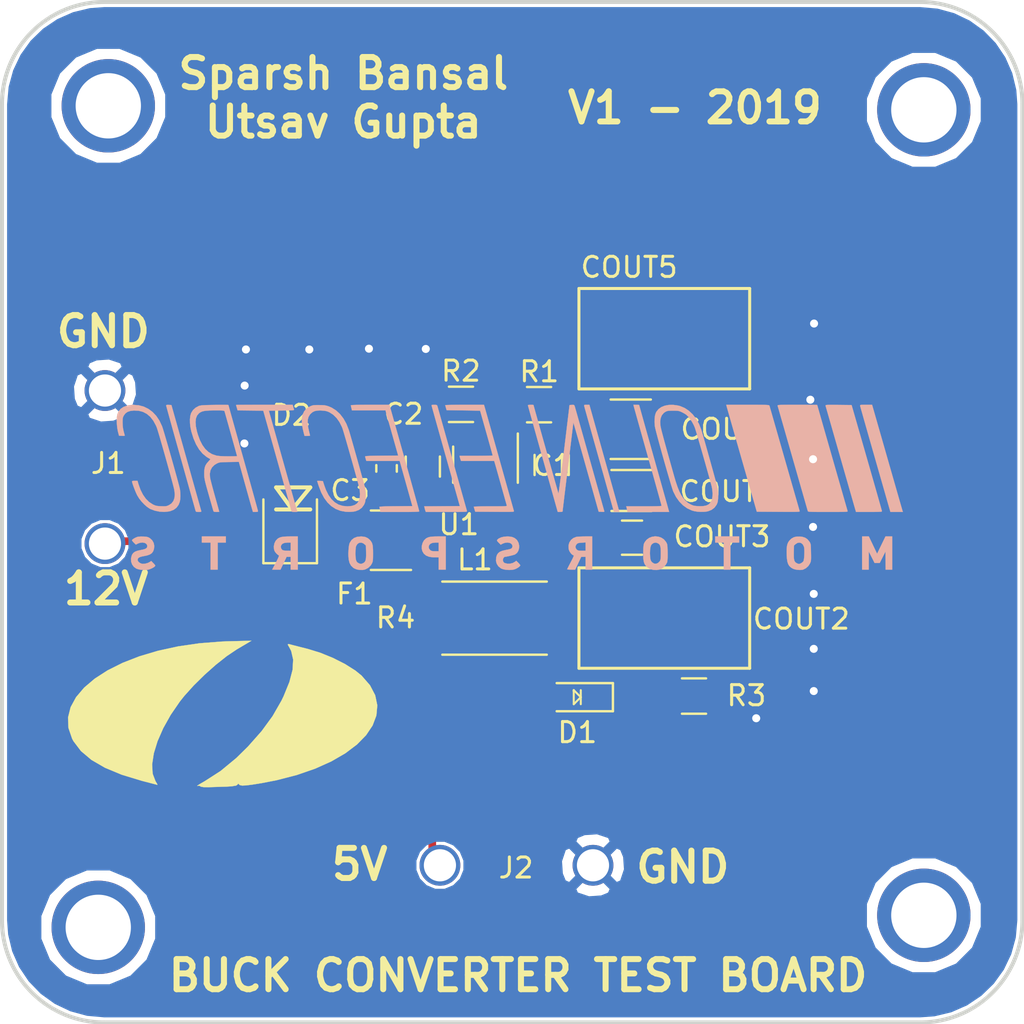
<source format=kicad_pcb>
(kicad_pcb (version 20171130) (host pcbnew 5.0.2-bee76a0~70~ubuntu18.04.1)

  (general
    (thickness 1.6)
    (drawings 15)
    (tracks 100)
    (zones 0)
    (modules 25)
    (nets 10)
  )

  (page A4)
  (layers
    (0 F.Cu signal)
    (31 B.Cu signal hide)
    (32 B.Adhes user)
    (33 F.Adhes user)
    (34 B.Paste user)
    (35 F.Paste user)
    (36 B.SilkS user hide)
    (37 F.SilkS user)
    (38 B.Mask user)
    (39 F.Mask user)
    (40 Dwgs.User user)
    (41 Cmts.User user)
    (42 Eco1.User user)
    (43 Eco2.User user)
    (44 Edge.Cuts user)
    (45 Margin user)
    (46 B.CrtYd user)
    (47 F.CrtYd user)
    (48 B.Fab user)
    (49 F.Fab user)
  )

  (setup
    (last_trace_width 0.1524)
    (user_trace_width 0.254)
    (user_trace_width 0.381)
    (trace_clearance 0.1524)
    (zone_clearance 0.1524)
    (zone_45_only no)
    (trace_min 0.1524)
    (segment_width 0.2)
    (edge_width 0.15)
    (via_size 0.6096)
    (via_drill 0.3048)
    (via_min_size 0.1524)
    (via_min_drill 0.3048)
    (uvia_size 0.3)
    (uvia_drill 0.1)
    (uvias_allowed no)
    (uvia_min_size 0.2)
    (uvia_min_drill 0.1)
    (pcb_text_width 0.3)
    (pcb_text_size 1.5 1.5)
    (mod_edge_width 0.15)
    (mod_text_size 1 1)
    (mod_text_width 0.15)
    (pad_size 1.524 1.524)
    (pad_drill 0.762)
    (pad_to_mask_clearance 0.051)
    (solder_mask_min_width 0.25)
    (aux_axis_origin 0 0)
    (visible_elements FFFFFF7F)
    (pcbplotparams
      (layerselection 0x010fc_ffffffff)
      (usegerberextensions false)
      (usegerberattributes false)
      (usegerberadvancedattributes false)
      (creategerberjobfile false)
      (excludeedgelayer true)
      (linewidth 0.100000)
      (plotframeref false)
      (viasonmask false)
      (mode 1)
      (useauxorigin false)
      (hpglpennumber 1)
      (hpglpenspeed 20)
      (hpglpendiameter 15.000000)
      (psnegative false)
      (psa4output false)
      (plotreference true)
      (plotvalue true)
      (plotinvisibletext false)
      (padsonsilk false)
      (subtractmaskfromsilk false)
      (outputformat 1)
      (mirror false)
      (drillshape 0)
      (scaleselection 1)
      (outputdirectory "2_11_2019/"))
  )

  (net 0 "")
  (net 1 "Net-(C1-Pad2)")
  (net 2 "Net-(C1-Pad1)")
  (net 3 "Net-(C2-Pad1)")
  (net 4 GND)
  (net 5 /5V)
  (net 6 /12V)
  (net 7 "Net-(R1-Pad2)")
  (net 8 "Net-(COUT1-Pad1)")
  (net 9 "Net-(D1-Pad1)")

  (net_class Default "This is the default net class."
    (clearance 0.1524)
    (trace_width 0.1524)
    (via_dia 0.6096)
    (via_drill 0.3048)
    (uvia_dia 0.3)
    (uvia_drill 0.1)
    (add_net /12V)
    (add_net /5V)
    (add_net GND)
    (add_net "Net-(C1-Pad1)")
    (add_net "Net-(C1-Pad2)")
    (add_net "Net-(C2-Pad1)")
    (add_net "Net-(COUT1-Pad1)")
    (add_net "Net-(D1-Pad1)")
    (add_net "Net-(R1-Pad2)")
  )

  (module footprints:2-pin-throughhole-conn (layer F.Cu) (tedit 5C6249A7) (tstamp 5C6E7760)
    (at 107.7341 98.27514 270)
    (descr "Fuse, TE5, Littlefuse/Wickmann, No. 460, No560,")
    (tags "Fuse TE5 Littlefuse/Wickmann No. 460 No560 ")
    (path /5C631732)
    (fp_text reference J1 (at 3.62486 -0.1659) (layer F.SilkS)
      (effects (font (size 1 1) (thickness 0.15)))
    )
    (fp_text value Conn_01x02_Female (at 2.35 3.1 270) (layer F.Fab) hide
      (effects (font (size 1 1) (thickness 0.15)))
    )
    (pad 2 thru_hole circle (at 7.62 0 270) (size 2.032 2.032) (drill 1.602) (layers *.Cu *.Mask)
      (net 6 /12V))
    (pad 1 thru_hole circle (at 0 0 270) (size 2.032 2.032) (drill 1.602) (layers *.Cu *.Mask)
      (net 4 GND))
  )

  (module footprints:2-pin-throughhole-conn (layer F.Cu) (tedit 5C6249A7) (tstamp 5C6E7A86)
    (at 132.0292 121.90984 180)
    (descr "Fuse, TE5, Littlefuse/Wickmann, No. 460, No560,")
    (tags "Fuse TE5 Littlefuse/Wickmann No. 460 No560 ")
    (path /5C634A77)
    (fp_text reference J2 (at 3.83 -0.13 180) (layer F.SilkS)
      (effects (font (size 1 1) (thickness 0.15)))
    )
    (fp_text value Conn_01x02_Female (at 2.35 3.1 180) (layer F.Fab) hide
      (effects (font (size 1 1) (thickness 0.15)))
    )
    (pad 2 thru_hole circle (at 7.62 0 180) (size 2.032 2.032) (drill 1.602) (layers *.Cu *.Mask)
      (net 5 /5V))
    (pad 1 thru_hole circle (at 0 0 180) (size 2.032 2.032) (drill 1.602) (layers *.Cu *.Mask)
      (net 4 GND))
  )

  (module footprints:Fuse_1210 (layer F.Cu) (tedit 59F24A11) (tstamp 5C6E3BAB)
    (at 133.9088 100.203)
    (descr "Resistor SMD 1210, reflow soldering, Vishay (see dcrcw.pdf)")
    (tags "resistor 1210")
    (path /5C07818B)
    (attr smd)
    (fp_text reference COUT4 (at 4.8912 -0.003) (layer F.SilkS)
      (effects (font (size 1 1) (thickness 0.15)))
    )
    (fp_text value C_68uF (at 0 2.4) (layer F.Fab) hide
      (effects (font (size 1 1) (thickness 0.15)))
    )
    (fp_line (start -1.6 1.25) (end -1.6 -1.25) (layer F.Fab) (width 0.1))
    (fp_line (start 1.6 1.25) (end -1.6 1.25) (layer F.Fab) (width 0.1))
    (fp_line (start 1.6 -1.25) (end 1.6 1.25) (layer F.Fab) (width 0.1))
    (fp_line (start -1.6 -1.25) (end 1.6 -1.25) (layer F.Fab) (width 0.1))
    (fp_line (start 1 1.48) (end -1 1.48) (layer F.SilkS) (width 0.12))
    (fp_line (start -1 -1.48) (end 1 -1.48) (layer F.SilkS) (width 0.12))
    (fp_line (start -2.15 -1.5) (end 2.15 -1.5) (layer F.CrtYd) (width 0.05))
    (fp_line (start -2.15 -1.5) (end -2.15 1.5) (layer F.CrtYd) (width 0.05))
    (fp_line (start 2.15 1.5) (end 2.15 -1.5) (layer F.CrtYd) (width 0.05))
    (fp_line (start 2.15 1.5) (end -2.15 1.5) (layer F.CrtYd) (width 0.05))
    (pad 1 smd rect (at -1.45 0) (size 0.9 2.5) (layers F.Cu F.Paste F.Mask)
      (net 8 "Net-(COUT1-Pad1)"))
    (pad 2 smd rect (at 1.45 0) (size 0.9 2.5) (layers F.Cu F.Paste F.Mask)
      (net 4 GND))
    (model /home/josh/Formula/OEM_Preferred_Parts/3DModels/Fuse_1210_OEM/Fuse1210.wrl
      (at (xyz 0 0 0))
      (scale (xyz 1 1 1))
      (rotate (xyz 0 0 0))
    )
  )

  (module footprints:C_0805_OEM (layer F.Cu) (tedit 59F250E7) (tstamp 5C17D639)
    (at 129.9718 101.981 90)
    (descr "Capacitor SMD 0805, reflow soldering, AVX (see smccp.pdf)")
    (tags "capacitor 0805")
    (path /5BEE239B)
    (attr smd)
    (fp_text reference C1 (at -0.019 0.0282) (layer F.SilkS)
      (effects (font (size 1 1) (thickness 0.15)))
    )
    (fp_text value C_0.1uF (at 0 1.75 90) (layer F.Fab) hide
      (effects (font (size 1 1) (thickness 0.15)))
    )
    (fp_line (start 1.75 0.87) (end -1.75 0.87) (layer F.CrtYd) (width 0.05))
    (fp_line (start 1.75 0.87) (end 1.75 -0.88) (layer F.CrtYd) (width 0.05))
    (fp_line (start -1.75 -0.88) (end -1.75 0.87) (layer F.CrtYd) (width 0.05))
    (fp_line (start -1.75 -0.88) (end 1.75 -0.88) (layer F.CrtYd) (width 0.05))
    (fp_line (start -0.5 0.85) (end 0.5 0.85) (layer F.SilkS) (width 0.12))
    (fp_line (start 0.5 -0.85) (end -0.5 -0.85) (layer F.SilkS) (width 0.12))
    (fp_line (start -1 -0.62) (end 1 -0.62) (layer F.Fab) (width 0.1))
    (fp_line (start 1 -0.62) (end 1 0.62) (layer F.Fab) (width 0.1))
    (fp_line (start 1 0.62) (end -1 0.62) (layer F.Fab) (width 0.1))
    (fp_line (start -1 0.62) (end -1 -0.62) (layer F.Fab) (width 0.1))
    (pad 2 smd rect (at 1 0 90) (size 1 1.25) (layers F.Cu F.Paste F.Mask)
      (net 1 "Net-(C1-Pad2)"))
    (pad 1 smd rect (at -1 0 90) (size 1 1.25) (layers F.Cu F.Paste F.Mask)
      (net 2 "Net-(C1-Pad1)"))
    (model /home/josh/Formula/OEM_Preferred_Parts/3DModels/C_0805_OEM/C_0805.wrl
      (at (xyz 0 0 0))
      (scale (xyz 1 1 1))
      (rotate (xyz 0 0 0))
    )
  )

  (module footprints:C_0805_OEM (layer F.Cu) (tedit 59F250E7) (tstamp 5C17D649)
    (at 123.5583 102.0605 90)
    (descr "Capacitor SMD 0805, reflow soldering, AVX (see smccp.pdf)")
    (tags "capacitor 0805")
    (path /5BEE2923)
    (attr smd)
    (fp_text reference C2 (at 2.6105 -0.9583 180) (layer F.SilkS)
      (effects (font (size 1 1) (thickness 0.15)))
    )
    (fp_text value C_0.1uF (at 0 1.75 90) (layer F.Fab) hide
      (effects (font (size 1 1) (thickness 0.15)))
    )
    (fp_line (start -1 0.62) (end -1 -0.62) (layer F.Fab) (width 0.1))
    (fp_line (start 1 0.62) (end -1 0.62) (layer F.Fab) (width 0.1))
    (fp_line (start 1 -0.62) (end 1 0.62) (layer F.Fab) (width 0.1))
    (fp_line (start -1 -0.62) (end 1 -0.62) (layer F.Fab) (width 0.1))
    (fp_line (start 0.5 -0.85) (end -0.5 -0.85) (layer F.SilkS) (width 0.12))
    (fp_line (start -0.5 0.85) (end 0.5 0.85) (layer F.SilkS) (width 0.12))
    (fp_line (start -1.75 -0.88) (end 1.75 -0.88) (layer F.CrtYd) (width 0.05))
    (fp_line (start -1.75 -0.88) (end -1.75 0.87) (layer F.CrtYd) (width 0.05))
    (fp_line (start 1.75 0.87) (end 1.75 -0.88) (layer F.CrtYd) (width 0.05))
    (fp_line (start 1.75 0.87) (end -1.75 0.87) (layer F.CrtYd) (width 0.05))
    (pad 1 smd rect (at -1 0 90) (size 1 1.25) (layers F.Cu F.Paste F.Mask)
      (net 3 "Net-(C2-Pad1)"))
    (pad 2 smd rect (at 1 0 90) (size 1 1.25) (layers F.Cu F.Paste F.Mask)
      (net 4 GND))
    (model /home/josh/Formula/OEM_Preferred_Parts/3DModels/C_0805_OEM/C_0805.wrl
      (at (xyz 0 0 0))
      (scale (xyz 1 1 1))
      (rotate (xyz 0 0 0))
    )
  )

  (module footprints:C_0603_1608Metric (layer F.Cu) (tedit 5C4FC09C) (tstamp 5C4FC33D)
    (at 121.75236 102.15118 90)
    (descr "Capacitor SMD 0603 (1608 Metric), square (rectangular) end terminal, IPC_7351 nominal, (Body size source: http://www.tortai-tech.com/upload/download/2011102023233369053.pdf), generated with kicad-footprint-generator")
    (tags capacitor)
    (path /5BEE2647)
    (attr smd)
    (fp_text reference C3 (at -1.09982 -1.81356 180) (layer F.SilkS)
      (effects (font (size 1 1) (thickness 0.15)))
    )
    (fp_text value C_2.2uF (at 0.0125 2.21 90) (layer F.Fab) hide
      (effects (font (size 1 1) (thickness 0.15)))
    )
    (fp_line (start -0.8 0.4) (end -0.8 -0.4) (layer F.Fab) (width 0.1))
    (fp_line (start -0.8 -0.4) (end 0.8 -0.4) (layer F.Fab) (width 0.1))
    (fp_line (start 0.8 -0.4) (end 0.8 0.4) (layer F.Fab) (width 0.1))
    (fp_line (start 0.8 0.4) (end -0.8 0.4) (layer F.Fab) (width 0.1))
    (fp_line (start -0.162779 -0.51) (end 0.162779 -0.51) (layer F.SilkS) (width 0.12))
    (fp_line (start -0.162779 0.51) (end 0.162779 0.51) (layer F.SilkS) (width 0.12))
    (fp_line (start -1.48 0.73) (end -1.48 -0.73) (layer F.CrtYd) (width 0.05))
    (fp_line (start -1.48 -0.73) (end 1.48 -0.73) (layer F.CrtYd) (width 0.05))
    (fp_line (start 1.48 -0.73) (end 1.48 0.73) (layer F.CrtYd) (width 0.05))
    (fp_line (start 1.48 0.73) (end -1.48 0.73) (layer F.CrtYd) (width 0.05))
    (fp_text user %R (at 3.175 -1.524 90) (layer F.Fab) hide
      (effects (font (size 0.4 0.4) (thickness 0.06)))
    )
    (pad 1 smd roundrect (at -0.7875 0 90) (size 0.875 0.95) (layers F.Cu F.Paste F.Mask) (roundrect_rratio 0.25)
      (net 3 "Net-(C2-Pad1)"))
    (pad 2 smd roundrect (at 0.7875 0 90) (size 0.875 0.95) (layers F.Cu F.Paste F.Mask) (roundrect_rratio 0.25)
      (net 4 GND))
    (model ${KISYS3DMOD}/Capacitor_SMD.3dshapes/C_0603_1608Metric.wrl
      (at (xyz 0 0 0))
      (scale (xyz 1 1 1))
      (rotate (xyz 0 0 0))
    )
  )

  (module footprints:Fuse_1210 (layer F.Cu) (tedit 5C4FB3B7) (tstamp 5C17D6C7)
    (at 121.9708 105.7275 180)
    (descr "Resistor SMD 1210, reflow soldering, Vishay (see dcrcw.pdf)")
    (tags "resistor 1210")
    (path /5C0BFA29)
    (attr smd)
    (fp_text reference F1 (at 1.8208 -2.6725 180) (layer F.SilkS)
      (effects (font (size 1 1) (thickness 0.15)))
    )
    (fp_text value F_500mA_16V (at 0 2.4 180) (layer F.Fab) hide
      (effects (font (size 1 1) (thickness 0.15)))
    )
    (fp_line (start 2.15 1.5) (end -2.15 1.5) (layer F.CrtYd) (width 0.05))
    (fp_line (start 2.15 1.5) (end 2.15 -1.5) (layer F.CrtYd) (width 0.05))
    (fp_line (start -2.15 -1.5) (end -2.15 1.5) (layer F.CrtYd) (width 0.05))
    (fp_line (start -2.15 -1.5) (end 2.15 -1.5) (layer F.CrtYd) (width 0.05))
    (fp_line (start -1 -1.48) (end 1 -1.48) (layer F.SilkS) (width 0.12))
    (fp_line (start 1 1.48) (end -1 1.48) (layer F.SilkS) (width 0.12))
    (fp_line (start -1.6 -1.25) (end 1.6 -1.25) (layer F.Fab) (width 0.1))
    (fp_line (start 1.6 -1.25) (end 1.6 1.25) (layer F.Fab) (width 0.1))
    (fp_line (start 1.6 1.25) (end -1.6 1.25) (layer F.Fab) (width 0.1))
    (fp_line (start -1.6 1.25) (end -1.6 -1.25) (layer F.Fab) (width 0.1))
    (pad 2 smd rect (at 1.45 0 180) (size 0.9 2.5) (layers F.Cu F.Paste F.Mask)
      (net 6 /12V))
    (pad 1 smd rect (at -1.45 0 180) (size 0.9 2.5) (layers F.Cu F.Paste F.Mask)
      (net 3 "Net-(C2-Pad1)"))
    (model /home/josh/Formula/OEM_Preferred_Parts/3DModels/Fuse_1210_OEM/Fuse1210.wrl
      (at (xyz 0 0 0))
      (scale (xyz 1 1 1))
      (rotate (xyz 0 0 0))
    )
  )

  (module footprints:L_100uH (layer F.Cu) (tedit 5C4A6E6A) (tstamp 5C17D6CD)
    (at 129.4767 105.66654)
    (path /5BEE27A2)
    (attr smd)
    (fp_text reference L1 (at -3.3267 1.03346 180) (layer F.SilkS)
      (effects (font (size 1 1) (thickness 0.15)))
    )
    (fp_text value L_100uH (at -0.2 -4) (layer F.Fab) hide
      (effects (font (size 1 1) (thickness 0.15)))
    )
    (pad 1 smd rect (at -1.6 0) (size 1.2 2) (layers F.Cu F.Paste F.Mask)
      (net 2 "Net-(C1-Pad1)"))
    (pad 2 smd rect (at 1.6 0) (size 1.2 2) (layers F.Cu F.Paste F.Mask)
      (net 8 "Net-(COUT1-Pad1)"))
  )

  (module footprints:R_0805_OEM (layer F.Cu) (tedit 59F25131) (tstamp 5C17D6DD)
    (at 129.34442 98.97872 180)
    (descr "Resistor SMD 0805, reflow soldering, Vishay (see dcrcw.pdf)")
    (tags "resistor 0805")
    (path /5BEE2A52)
    (attr smd)
    (fp_text reference R1 (at -0.01016 1.64338 180) (layer F.SilkS)
      (effects (font (size 1 1) (thickness 0.15)))
    )
    (fp_text value R_100K (at 0 1.75 180) (layer F.Fab) hide
      (effects (font (size 1 1) (thickness 0.15)))
    )
    (fp_line (start -1 0.62) (end -1 -0.62) (layer F.Fab) (width 0.1))
    (fp_line (start 1 0.62) (end -1 0.62) (layer F.Fab) (width 0.1))
    (fp_line (start 1 -0.62) (end 1 0.62) (layer F.Fab) (width 0.1))
    (fp_line (start -1 -0.62) (end 1 -0.62) (layer F.Fab) (width 0.1))
    (fp_line (start 0.6 0.88) (end -0.6 0.88) (layer F.SilkS) (width 0.12))
    (fp_line (start -0.6 -0.88) (end 0.6 -0.88) (layer F.SilkS) (width 0.12))
    (fp_line (start -1.55 -0.9) (end 1.55 -0.9) (layer F.CrtYd) (width 0.05))
    (fp_line (start -1.55 -0.9) (end -1.55 0.9) (layer F.CrtYd) (width 0.05))
    (fp_line (start 1.55 0.9) (end 1.55 -0.9) (layer F.CrtYd) (width 0.05))
    (fp_line (start 1.55 0.9) (end -1.55 0.9) (layer F.CrtYd) (width 0.05))
    (pad 1 smd rect (at -0.95 0 180) (size 0.7 1.3) (layers F.Cu F.Paste F.Mask)
      (net 8 "Net-(COUT1-Pad1)"))
    (pad 2 smd rect (at 0.95 0 180) (size 0.7 1.3) (layers F.Cu F.Paste F.Mask)
      (net 7 "Net-(R1-Pad2)"))
    (model "/home/josh/Formula/OEM_Preferred_Parts/3DModels/WRL Files/res0805.wrl"
      (at (xyz 0 0 0))
      (scale (xyz 1 1 1))
      (rotate (xyz 0 0 0))
    )
  )

  (module footprints:R_0805_OEM (layer F.Cu) (tedit 59F25131) (tstamp 5C4FC91B)
    (at 125.45822 98.96348 180)
    (descr "Resistor SMD 0805, reflow soldering, Vishay (see dcrcw.pdf)")
    (tags "resistor 0805")
    (path /5C0B315C)
    (attr smd)
    (fp_text reference R2 (at 0.00508 1.65862 180) (layer F.SilkS)
      (effects (font (size 1 1) (thickness 0.15)))
    )
    (fp_text value R_25K (at 0 1.75 180) (layer F.Fab) hide
      (effects (font (size 1 1) (thickness 0.15)))
    )
    (fp_line (start 1.55 0.9) (end -1.55 0.9) (layer F.CrtYd) (width 0.05))
    (fp_line (start 1.55 0.9) (end 1.55 -0.9) (layer F.CrtYd) (width 0.05))
    (fp_line (start -1.55 -0.9) (end -1.55 0.9) (layer F.CrtYd) (width 0.05))
    (fp_line (start -1.55 -0.9) (end 1.55 -0.9) (layer F.CrtYd) (width 0.05))
    (fp_line (start -0.6 -0.88) (end 0.6 -0.88) (layer F.SilkS) (width 0.12))
    (fp_line (start 0.6 0.88) (end -0.6 0.88) (layer F.SilkS) (width 0.12))
    (fp_line (start -1 -0.62) (end 1 -0.62) (layer F.Fab) (width 0.1))
    (fp_line (start 1 -0.62) (end 1 0.62) (layer F.Fab) (width 0.1))
    (fp_line (start 1 0.62) (end -1 0.62) (layer F.Fab) (width 0.1))
    (fp_line (start -1 0.62) (end -1 -0.62) (layer F.Fab) (width 0.1))
    (pad 2 smd rect (at 0.95 0 180) (size 0.7 1.3) (layers F.Cu F.Paste F.Mask)
      (net 4 GND))
    (pad 1 smd rect (at -0.95 0 180) (size 0.7 1.3) (layers F.Cu F.Paste F.Mask)
      (net 7 "Net-(R1-Pad2)"))
    (model "/home/josh/Formula/OEM_Preferred_Parts/3DModels/WRL Files/res0805.wrl"
      (at (xyz 0 0 0))
      (scale (xyz 1 1 1))
      (rotate (xyz 0 0 0))
    )
  )

  (module footprints:R_0805_OEM (layer F.Cu) (tedit 59F25131) (tstamp 5C4FC8EE)
    (at 137.05836 113.48466)
    (descr "Resistor SMD 0805, reflow soldering, Vishay (see dcrcw.pdf)")
    (tags "resistor 0805")
    (path /5C0C44F9)
    (attr smd)
    (fp_text reference R3 (at 2.61116 -0.02286) (layer F.SilkS)
      (effects (font (size 1 1) (thickness 0.15)))
    )
    (fp_text value R_200 (at 0 1.75) (layer F.Fab) hide
      (effects (font (size 1 1) (thickness 0.15)))
    )
    (fp_line (start -1 0.62) (end -1 -0.62) (layer F.Fab) (width 0.1))
    (fp_line (start 1 0.62) (end -1 0.62) (layer F.Fab) (width 0.1))
    (fp_line (start 1 -0.62) (end 1 0.62) (layer F.Fab) (width 0.1))
    (fp_line (start -1 -0.62) (end 1 -0.62) (layer F.Fab) (width 0.1))
    (fp_line (start 0.6 0.88) (end -0.6 0.88) (layer F.SilkS) (width 0.12))
    (fp_line (start -0.6 -0.88) (end 0.6 -0.88) (layer F.SilkS) (width 0.12))
    (fp_line (start -1.55 -0.9) (end 1.55 -0.9) (layer F.CrtYd) (width 0.05))
    (fp_line (start -1.55 -0.9) (end -1.55 0.9) (layer F.CrtYd) (width 0.05))
    (fp_line (start 1.55 0.9) (end 1.55 -0.9) (layer F.CrtYd) (width 0.05))
    (fp_line (start 1.55 0.9) (end -1.55 0.9) (layer F.CrtYd) (width 0.05))
    (pad 1 smd rect (at -0.95 0) (size 0.7 1.3) (layers F.Cu F.Paste F.Mask)
      (net 9 "Net-(D1-Pad1)"))
    (pad 2 smd rect (at 0.95 0) (size 0.7 1.3) (layers F.Cu F.Paste F.Mask)
      (net 4 GND))
    (model "/home/josh/Formula/OEM_Preferred_Parts/3DModels/WRL Files/res0805.wrl"
      (at (xyz 0 0 0))
      (scale (xyz 1 1 1))
      (rotate (xyz 0 0 0))
    )
  )

  (module footprints:R_2512_OEM (layer F.Cu) (tedit 59F2514A) (tstamp 5C17D70D)
    (at 127.1282 109.60608 180)
    (descr "Resistor SMD 2512, reflow soldering, Vishay (see dcrcw.pdf)")
    (tags "resistor 2512")
    (path /5C0C29A9)
    (attr smd)
    (fp_text reference R4 (at 4.9282 0.01778 180) (layer F.SilkS)
      (effects (font (size 1 1) (thickness 0.15)))
    )
    (fp_text value R_0_2512 (at 0 2.75 180) (layer F.Fab) hide
      (effects (font (size 1 1) (thickness 0.15)))
    )
    (fp_line (start -3.15 1.6) (end -3.15 -1.6) (layer F.Fab) (width 0.1))
    (fp_line (start 3.15 1.6) (end -3.15 1.6) (layer F.Fab) (width 0.1))
    (fp_line (start 3.15 -1.6) (end 3.15 1.6) (layer F.Fab) (width 0.1))
    (fp_line (start -3.15 -1.6) (end 3.15 -1.6) (layer F.Fab) (width 0.1))
    (fp_line (start 2.6 1.82) (end -2.6 1.82) (layer F.SilkS) (width 0.12))
    (fp_line (start -2.6 -1.82) (end 2.6 -1.82) (layer F.SilkS) (width 0.12))
    (fp_line (start -3.85 -1.85) (end 3.85 -1.85) (layer F.CrtYd) (width 0.05))
    (fp_line (start -3.85 -1.85) (end -3.85 1.85) (layer F.CrtYd) (width 0.05))
    (fp_line (start 3.85 1.85) (end 3.85 -1.85) (layer F.CrtYd) (width 0.05))
    (fp_line (start 3.85 1.85) (end -3.85 1.85) (layer F.CrtYd) (width 0.05))
    (pad 1 smd rect (at -3.1 0 180) (size 1 3.2) (layers F.Cu F.Paste F.Mask)
      (net 8 "Net-(COUT1-Pad1)"))
    (pad 2 smd rect (at 3.1 0 180) (size 1 3.2) (layers F.Cu F.Paste F.Mask)
      (net 5 /5V))
    (model ${KISYS3DMOD}/Resistors_SMD.3dshapes/R_2512.wrl
      (at (xyz 0 0 0))
      (scale (xyz 1 1 1))
      (rotate (xyz 0 0 0))
    )
  )

  (module footprints:SOT-23-6_OEM (layer F.Cu) (tedit 59F2519B) (tstamp 5C17D722)
    (at 126.6776 101.9658 270)
    (descr "6-pin SOT-23 package")
    (tags SOT-23-6)
    (path /5BEDE6B7)
    (attr smd)
    (fp_text reference U1 (at 2.9842 1.3276 180) (layer F.SilkS)
      (effects (font (size 1 1) (thickness 0.15)))
    )
    (fp_text value TPS560430YF (at 0 2.9 270) (layer F.Fab) hide
      (effects (font (size 1 1) (thickness 0.15)))
    )
    (fp_line (start -0.9 1.61) (end 0.9 1.61) (layer F.SilkS) (width 0.12))
    (fp_line (start 0.9 -1.61) (end -1.55 -1.61) (layer F.SilkS) (width 0.12))
    (fp_line (start 1.9 -1.8) (end -1.9 -1.8) (layer F.CrtYd) (width 0.05))
    (fp_line (start 1.9 1.8) (end 1.9 -1.8) (layer F.CrtYd) (width 0.05))
    (fp_line (start -1.9 1.8) (end 1.9 1.8) (layer F.CrtYd) (width 0.05))
    (fp_line (start -1.9 -1.8) (end -1.9 1.8) (layer F.CrtYd) (width 0.05))
    (fp_line (start -0.9 -0.9) (end -0.25 -1.55) (layer F.Fab) (width 0.1))
    (fp_line (start 0.9 -1.55) (end -0.25 -1.55) (layer F.Fab) (width 0.1))
    (fp_line (start -0.9 -0.9) (end -0.9 1.55) (layer F.Fab) (width 0.1))
    (fp_line (start 0.9 1.55) (end -0.9 1.55) (layer F.Fab) (width 0.1))
    (fp_line (start 0.9 -1.55) (end 0.9 1.55) (layer F.Fab) (width 0.1))
    (pad 1 smd rect (at -1.1 -0.95 270) (size 1.06 0.65) (layers F.Cu F.Paste F.Mask)
      (net 1 "Net-(C1-Pad2)"))
    (pad 2 smd rect (at -1.1 0 270) (size 1.06 0.65) (layers F.Cu F.Paste F.Mask)
      (net 4 GND))
    (pad 3 smd rect (at -1.1 0.95 270) (size 1.06 0.65) (layers F.Cu F.Paste F.Mask)
      (net 7 "Net-(R1-Pad2)"))
    (pad 4 smd rect (at 1.1 0.95 270) (size 1.06 0.65) (layers F.Cu F.Paste F.Mask)
      (net 3 "Net-(C2-Pad1)"))
    (pad 6 smd rect (at 1.1 -0.95 270) (size 1.06 0.65) (layers F.Cu F.Paste F.Mask)
      (net 2 "Net-(C1-Pad1)"))
    (pad 5 smd rect (at 1.1 0 270) (size 1.06 0.65) (layers F.Cu F.Paste F.Mask)
      (net 3 "Net-(C2-Pad1)"))
    (model ${KISYS3DMOD}/TO_SOT_Packages_SMD.3dshapes/SOT-23-6.wrl
      (at (xyz 0 0 0))
      (scale (xyz 1 1 1))
      (rotate (xyz 0 0 0))
    )
  )

  (module footprints:C_1206_OEM (layer F.Cu) (tedit 59F253AA) (tstamp 5C6E9423)
    (at 133.9483 103.251)
    (descr "Capacitor SMD 1206, reflow soldering, AVX (see smccp.pdf)")
    (tags "capacitor 1206")
    (path /5C061BB4)
    (attr smd)
    (fp_text reference COUT1 (at 4.8017 0.049) (layer F.SilkS)
      (effects (font (size 1 1) (thickness 0.15)))
    )
    (fp_text value C_22uF (at 0 2) (layer F.Fab) hide
      (effects (font (size 1 1) (thickness 0.15)))
    )
    (fp_line (start -1.6 0.8) (end -1.6 -0.8) (layer F.Fab) (width 0.1))
    (fp_line (start 1.6 0.8) (end -1.6 0.8) (layer F.Fab) (width 0.1))
    (fp_line (start 1.6 -0.8) (end 1.6 0.8) (layer F.Fab) (width 0.1))
    (fp_line (start -1.6 -0.8) (end 1.6 -0.8) (layer F.Fab) (width 0.1))
    (fp_line (start 1 -1.02) (end -1 -1.02) (layer F.SilkS) (width 0.12))
    (fp_line (start -1 1.02) (end 1 1.02) (layer F.SilkS) (width 0.12))
    (fp_line (start -2.25 -1.05) (end 2.25 -1.05) (layer F.CrtYd) (width 0.05))
    (fp_line (start -2.25 -1.05) (end -2.25 1.05) (layer F.CrtYd) (width 0.05))
    (fp_line (start 2.25 1.05) (end 2.25 -1.05) (layer F.CrtYd) (width 0.05))
    (fp_line (start 2.25 1.05) (end -2.25 1.05) (layer F.CrtYd) (width 0.05))
    (pad 1 smd rect (at -1.5 0) (size 1 1.6) (layers F.Cu F.Paste F.Mask)
      (net 8 "Net-(COUT1-Pad1)"))
    (pad 2 smd rect (at 1.5 0) (size 1 1.6) (layers F.Cu F.Paste F.Mask)
      (net 4 GND))
    (model Capacitors_SMD.3dshapes/C_1206.wrl
      (at (xyz 0 0 0))
      (scale (xyz 1 1 1))
      (rotate (xyz 0 0 0))
    )
  )

  (module footprints:Fuse_1812 (layer F.Cu) (tedit 5A050C3C) (tstamp 5C6E3B8B)
    (at 132.8293 109.601)
    (path /5C08921B)
    (fp_text reference COUT2 (at 9.5707 0.049) (layer F.SilkS)
      (effects (font (size 1 1) (thickness 0.15)))
    )
    (fp_text value C_33uF (at 3 3.5) (layer F.Fab) hide
      (effects (font (size 1 1) (thickness 0.15)))
    )
    (fp_line (start -1.5 2.5) (end -1.5 -2.5) (layer F.SilkS) (width 0.15))
    (fp_line (start 7 2.5) (end -1.5 2.5) (layer F.SilkS) (width 0.15))
    (fp_line (start 7 -2.5) (end 7 2.5) (layer F.SilkS) (width 0.15))
    (fp_line (start -1.5 -2.5) (end 7 -2.5) (layer F.SilkS) (width 0.15))
    (pad 1 smd rect (at 0 0) (size 1.78 3.5) (layers F.Cu F.Paste F.Mask)
      (net 8 "Net-(COUT1-Pad1)"))
    (pad 2 smd rect (at 5.28 0) (size 1.78 3.5) (layers F.Cu F.Paste F.Mask)
      (net 4 GND))
  )

  (module footprints:C_0805_OEM (layer F.Cu) (tedit 5C3D8347) (tstamp 5C6E3B9B)
    (at 133.9723 105.6005)
    (descr "Capacitor SMD 0805, reflow soldering, AVX (see smccp.pdf)")
    (tags "capacitor 0805")
    (path /5C062E7A)
    (attr smd)
    (fp_text reference COUT3 (at 4.4777 -0.0505) (layer F.SilkS)
      (effects (font (size 1 1) (thickness 0.15)))
    )
    (fp_text value C_47uF (at 0 1.75) (layer F.Fab) hide
      (effects (font (size 1 1) (thickness 0.15)))
    )
    (fp_line (start -1 0.62) (end -1 -0.62) (layer F.Fab) (width 0.1))
    (fp_line (start 1 0.62) (end -1 0.62) (layer F.Fab) (width 0.1))
    (fp_line (start 1 -0.62) (end 1 0.62) (layer F.Fab) (width 0.1))
    (fp_line (start -1 -0.62) (end 1 -0.62) (layer F.Fab) (width 0.1))
    (fp_line (start 0.5 -0.85) (end -0.5 -0.85) (layer F.SilkS) (width 0.12))
    (fp_line (start -0.5 0.85) (end 0.5 0.85) (layer F.SilkS) (width 0.12))
    (fp_line (start -1.75 -0.88) (end 1.75 -0.88) (layer F.CrtYd) (width 0.05))
    (fp_line (start -1.75 -0.88) (end -1.75 0.87) (layer F.CrtYd) (width 0.05))
    (fp_line (start 1.75 0.87) (end 1.75 -0.88) (layer F.CrtYd) (width 0.05))
    (fp_line (start 1.75 0.87) (end -1.75 0.87) (layer F.CrtYd) (width 0.05))
    (pad 1 smd rect (at -1 0) (size 1 1.25) (layers F.Cu F.Paste F.Mask)
      (net 8 "Net-(COUT1-Pad1)"))
    (pad 2 smd rect (at 1 0) (size 1 1.25) (layers F.Cu F.Paste F.Mask)
      (net 4 GND))
    (model /home/josh/Formula/OEM_Preferred_Parts/3DModels/C_0805_OEM/C_0805.wrl
      (at (xyz 0 0 0))
      (scale (xyz 1 1 1))
      (rotate (xyz 0 0 0))
    )
    (model ${LOCAL_DIR}/OEM_Preferred_Parts/3DModels/C_0805_OEM/C_0805.step
      (at (xyz 0 0 0))
      (scale (xyz 1 1 1))
      (rotate (xyz 0 0 0))
    )
  )

  (module footprints:Fuse_1812 (layer F.Cu) (tedit 5A050C3C) (tstamp 5C6E3BB5)
    (at 132.8293 95.6945)
    (path /5C083239)
    (fp_text reference COUT5 (at 1 -3.556) (layer F.SilkS)
      (effects (font (size 1 1) (thickness 0.15)))
    )
    (fp_text value C_100uF (at 3 3.5) (layer F.Fab) hide
      (effects (font (size 1 1) (thickness 0.15)))
    )
    (fp_line (start -1.5 -2.5) (end 7 -2.5) (layer F.SilkS) (width 0.15))
    (fp_line (start 7 -2.5) (end 7 2.5) (layer F.SilkS) (width 0.15))
    (fp_line (start 7 2.5) (end -1.5 2.5) (layer F.SilkS) (width 0.15))
    (fp_line (start -1.5 2.5) (end -1.5 -2.5) (layer F.SilkS) (width 0.15))
    (pad 2 smd rect (at 5.28 0) (size 1.78 3.5) (layers F.Cu F.Paste F.Mask)
      (net 4 GND))
    (pad 1 smd rect (at 0 0) (size 1.78 3.5) (layers F.Cu F.Paste F.Mask)
      (net 8 "Net-(COUT1-Pad1)"))
  )

  (module footprints:DO-214AA (layer F.Cu) (tedit 5A59FDFB) (tstamp 5C6E3BE3)
    (at 116.9543 103.6955 90)
    (descr "http://www.diodes.com/datasheets/ap02001.pdf p.144")
    (tags "Diode SOD523")
    (path /5C623D49)
    (attr smd)
    (fp_text reference D2 (at 4.191 0.0635 180) (layer F.SilkS)
      (effects (font (size 1 1) (thickness 0.15)))
    )
    (fp_text value D_Zener_18V (at 0 2.286 90) (layer F.Fab) hide
      (effects (font (size 1 1) (thickness 0.15)))
    )
    (fp_line (start 0.6 1) (end -0.5 0.1) (layer F.SilkS) (width 0.2))
    (fp_line (start 0.6 -0.7) (end 0.6 1) (layer F.SilkS) (width 0.2))
    (fp_line (start -0.5 0.1) (end 0.6 -0.7) (layer F.SilkS) (width 0.2))
    (fp_line (start -0.5 -0.7) (end -0.5 1) (layer F.SilkS) (width 0.2))
    (fp_line (start -3.175 -1.3335) (end -3.175 1.3335) (layer F.SilkS) (width 0.12))
    (fp_line (start 3.302 -1.4605) (end 3.302 1.4605) (layer F.CrtYd) (width 0.05))
    (fp_line (start -3.302 -1.4605) (end 3.302 -1.4605) (layer F.CrtYd) (width 0.05))
    (fp_line (start -3.302 -1.4605) (end -3.302 1.4605) (layer F.CrtYd) (width 0.05))
    (fp_line (start -3.302 1.4605) (end 3.302 1.4605) (layer F.CrtYd) (width 0.05))
    (fp_line (start 2.3749 -1.9685) (end 2.3749 1.9685) (layer F.Fab) (width 0.1))
    (fp_line (start -2.3749 -1.9685) (end 2.3749 -1.9685) (layer F.Fab) (width 0.1))
    (fp_line (start -2.3749 -1.9685) (end -2.3749 1.9685) (layer F.Fab) (width 0.1))
    (fp_line (start 2.3749 1.9685) (end -2.3749 1.9685) (layer F.Fab) (width 0.1))
    (fp_line (start -3.175 1.3335) (end 0 1.3335) (layer F.SilkS) (width 0.12))
    (fp_line (start -3.175 -1.3335) (end 0 -1.3335) (layer F.SilkS) (width 0.12))
    (pad 2 smd rect (at 2.032 0 270) (size 1.778 2.159) (layers F.Cu F.Paste F.Mask)
      (net 4 GND))
    (pad 1 smd rect (at -2.032 0 270) (size 1.778 2.159) (layers F.Cu F.Paste F.Mask)
      (net 6 /12V))
    (model /home/josh/Formula/OEM_Preferred_Parts/3DModels/DO_214AA_OEM/DO_214AA.wrl
      (at (xyz 0 0 0))
      (scale (xyz 1 1 1))
      (rotate (xyz 0 0 0))
    )
  )

  (module footprints:LED_0805_OEM (layer F.Cu) (tedit 5C3D84D8) (tstamp 5C6E6262)
    (at 131.22166 113.54054 180)
    (descr "LED 0805 smd package")
    (tags "LED led 0805 SMD smd SMT smt smdled SMDLED smtled SMTLED")
    (path /5C0C344A)
    (attr smd)
    (fp_text reference D1 (at -0.02834 -1.75946 180) (layer F.SilkS)
      (effects (font (size 1 1) (thickness 0.15)))
    )
    (fp_text value LED_0805 (at 0.508 2.032 180) (layer F.Fab) hide
      (effects (font (size 1 1) (thickness 0.15)))
    )
    (fp_line (start -0.2 0.35) (end -0.2 0) (layer F.SilkS) (width 0.1))
    (fp_line (start -0.2 0) (end -0.2 -0.35) (layer F.SilkS) (width 0.1))
    (fp_line (start 0.15 0.35) (end -0.2 0) (layer F.SilkS) (width 0.1))
    (fp_line (start 0.15 0.3) (end 0.15 0.35) (layer F.SilkS) (width 0.1))
    (fp_line (start 0.15 0.35) (end 0.15 0.3) (layer F.SilkS) (width 0.1))
    (fp_line (start 0.15 -0.35) (end 0.15 0.3) (layer F.SilkS) (width 0.1))
    (fp_line (start 0.1 -0.3) (end 0.15 -0.35) (layer F.SilkS) (width 0.1))
    (fp_line (start -0.2 0) (end 0.1 -0.3) (layer F.SilkS) (width 0.1))
    (fp_line (start -1.8 -0.7) (end -1.8 0.7) (layer F.SilkS) (width 0.12))
    (fp_line (start 1 0.6) (end -1 0.6) (layer F.Fab) (width 0.1))
    (fp_line (start 1 -0.6) (end 1 0.6) (layer F.Fab) (width 0.1))
    (fp_line (start -1 -0.6) (end 1 -0.6) (layer F.Fab) (width 0.1))
    (fp_line (start -1 0.6) (end -1 -0.6) (layer F.Fab) (width 0.1))
    (fp_line (start -1.8 0.7) (end 1 0.7) (layer F.SilkS) (width 0.12))
    (fp_line (start -1.8 -0.7) (end 1 -0.7) (layer F.SilkS) (width 0.12))
    (fp_line (start 1.95 -0.85) (end 1.95 0.85) (layer F.CrtYd) (width 0.05))
    (fp_line (start 1.95 0.85) (end -1.95 0.85) (layer F.CrtYd) (width 0.05))
    (fp_line (start -1.95 0.85) (end -1.95 -0.85) (layer F.CrtYd) (width 0.05))
    (fp_line (start -1.95 -0.85) (end 1.95 -0.85) (layer F.CrtYd) (width 0.05))
    (pad 2 smd rect (at 1.1 0) (size 1.2 1.2) (layers F.Cu F.Paste F.Mask)
      (net 8 "Net-(COUT1-Pad1)"))
    (pad 1 smd rect (at -1.1 0) (size 1.2 1.2) (layers F.Cu F.Paste F.Mask)
      (net 9 "Net-(D1-Pad1)"))
    (model "/home/josh/Formula/OEM_Preferred_Parts/3DModels/LED_0805/LED 0805 Base GREEN001_sp.wrl"
      (at (xyz 0 0 0))
      (scale (xyz 1 1 1))
      (rotate (xyz 0 0 180))
    )
    (model "${LOCAL_DIR}/OEM_Preferred_Parts/3DModels/LED_0805/LED 0805 Base GREEN001_sp.step"
      (at (xyz 0 0 0))
      (scale (xyz 1 1 1))
      (rotate (xyz 0 0 0))
    )
  )

  (module footprints:Bolt_connect_4-40_round (layer F.Cu) (tedit 5C624AD2) (tstamp 5C6E89F7)
    (at 107.9 84.1)
    (fp_text reference REF** (at 0 -2.794) (layer F.SilkS) hide
      (effects (font (size 1 1) (thickness 0.15)))
    )
    (fp_text value Bolt_connect_4-40_round (at 0 2.794) (layer F.Fab) hide
      (effects (font (size 1 1) (thickness 0.15)))
    )
    (pad 1 thru_hole circle (at 0 0) (size 4.6482 4.6482) (drill 3.2512) (layers *.Cu *.Mask)
      (clearance 0.508))
  )

  (module footprints:Bolt_connect_4-40_round (layer F.Cu) (tedit 5C624AC7) (tstamp 5C6E8A21)
    (at 148.5 84.3)
    (fp_text reference REF** (at 0 -2.794) (layer F.SilkS) hide
      (effects (font (size 1 1) (thickness 0.15)))
    )
    (fp_text value Bolt_connect_4-40_round (at 0 2.794) (layer F.Fab) hide
      (effects (font (size 1 1) (thickness 0.15)))
    )
    (pad 1 thru_hole circle (at 0 0) (size 4.6482 4.6482) (drill 3.2512) (layers *.Cu *.Mask)
      (clearance 0.508))
  )

  (module footprints:Bolt_connect_4-40_round (layer F.Cu) (tedit 5C624ABC) (tstamp 5C6E8A2F)
    (at 148.5 124.4)
    (fp_text reference REF** (at 0 -2.794) (layer F.SilkS) hide
      (effects (font (size 1 1) (thickness 0.15)))
    )
    (fp_text value Bolt_connect_4-40_round (at 0 2.794) (layer F.Fab) hide
      (effects (font (size 1 1) (thickness 0.15)))
    )
    (pad 1 thru_hole circle (at 0 0) (size 4.6482 4.6482) (drill 3.2512) (layers *.Cu *.Mask)
      (clearance 0.508))
  )

  (module footprints:Bolt_connect_4-40_round (layer F.Cu) (tedit 5C624AEE) (tstamp 5C6E8A3D)
    (at 107.4 125)
    (fp_text reference REF** (at 0 -2.794) (layer F.SilkS) hide
      (effects (font (size 1 1) (thickness 0.15)))
    )
    (fp_text value Bolt_connect_4-40_round (at 0 2.794) (layer F.Fab) hide
      (effects (font (size 1 1) (thickness 0.15)))
    )
    (pad 1 thru_hole circle (at 0 0) (size 4.6482 4.6482) (drill 3.2512) (layers *.Cu *.Mask)
      (clearance 0.508))
  )

  (module footprints:OLIN_O (layer F.Cu) (tedit 0) (tstamp 5C6E8B67)
    (at 113.5 114.1)
    (tags "Olin O logo")
    (fp_text reference G*** (at 5.08 -5.08) (layer F.SilkS) hide
      (effects (font (size 1.524 1.524) (thickness 0.3)))
    )
    (fp_text value "" (at 5.08 -7.62) (layer F.SilkS) hide
      (effects (font (size 1.524 1.524) (thickness 0.3)))
    )
    (fp_poly (pts (xy 0.78907 -2.933726) (xy 0.297169 -2.603291) (xy -0.249654 -2.169905) (xy -0.811 -1.670573)
      (xy -1.346471 -1.1423) (xy -1.815667 -0.622091) (xy -2.036037 -0.345931) (xy -2.493304 0.320664)
      (xy -2.866143 0.986545) (xy -3.148527 1.632052) (xy -3.33443 2.237523) (xy -3.417825 2.783297)
      (xy -3.392687 3.249711) (xy -3.252989 3.617104) (xy -3.251451 3.6195) (xy -3.169272 3.757194)
      (xy -3.151881 3.805837) (xy -3.238357 3.784085) (xy -3.451232 3.729169) (xy -3.753084 3.650766)
      (xy -3.937 3.602827) (xy -4.929803 3.301284) (xy -5.762117 2.955854) (xy -6.437575 2.564339)
      (xy -6.959808 2.124543) (xy -7.332449 1.634266) (xy -7.40086 1.507176) (xy -7.582592 0.976433)
      (xy -7.604253 0.451032) (xy -7.475103 -0.063274) (xy -7.204403 -0.560731) (xy -6.801416 -1.035585)
      (xy -6.275401 -1.482082) (xy -5.63562 -1.894469) (xy -4.891334 -2.266991) (xy -4.051805 -2.593894)
      (xy -3.126293 -2.869426) (xy -2.12406 -3.087831) (xy -1.054367 -3.243355) (xy 0.073526 -3.330246)
      (xy 0.403482 -3.341618) (xy 1.526631 -3.369785) (xy 0.78907 -2.933726)) (layer F.SilkS) (width 0.01))
    (fp_poly (pts (xy 3.442983 -3.189143) (xy 3.593457 -3.149129) (xy 3.859628 -3.080824) (xy 4.192829 -2.996675)
      (xy 4.318 -2.965353) (xy 4.950523 -2.771412) (xy 5.589166 -2.511366) (xy 6.187709 -2.208074)
      (xy 6.699928 -1.884399) (xy 7.006464 -1.635631) (xy 7.427728 -1.15255) (xy 7.68721 -0.655705)
      (xy 7.791208 -0.151883) (xy 7.746021 0.352128) (xy 7.557949 0.849541) (xy 7.23329 1.333569)
      (xy 6.778343 1.797426) (xy 6.199408 2.234324) (xy 5.502783 2.637476) (xy 4.694767 3.000096)
      (xy 3.78166 3.315395) (xy 2.769759 3.576588) (xy 2.037525 3.718298) (xy 1.579989 3.791873)
      (xy 1.263227 3.832252) (xy 1.062288 3.841026) (xy 0.952225 3.819783) (xy 0.916988 3.789688)
      (xy 0.858074 3.735928) (xy 0.847963 3.779733) (xy 0.766319 3.839404) (xy 0.537525 3.878973)
      (xy 0.3175 3.891838) (xy -0.049381 3.903054) (xy -0.420533 3.915266) (xy -0.613858 3.922106)
      (xy -0.848176 3.919314) (xy -0.993137 3.895498) (xy -1.016025 3.876157) (xy -1.081706 3.846379)
      (xy -1.164166 3.861997) (xy -1.171663 3.848862) (xy -1.054877 3.771153) (xy -0.838402 3.644985)
      (xy -0.801282 3.624227) (xy -0.008948 3.11414) (xy 0.773964 2.467576) (xy 1.356472 1.894766)
      (xy 2.033545 1.129263) (xy 2.578075 0.383663) (xy 3.016751 -0.379744) (xy 3.126149 -0.605915)
      (xy 3.414204 -1.311966) (xy 3.572957 -1.91735) (xy 3.603305 -2.429665) (xy 3.50615 -2.856508)
      (xy 3.413505 -3.034819) (xy 3.334494 -3.173405) (xy 3.358577 -3.208225) (xy 3.442983 -3.189143)) (layer F.SilkS) (width 0.01))
  )

  (module footprints:Logo_Large (layer B.Cu) (tedit 0) (tstamp 5C6E93E0)
    (at 127.9 103.1 180)
    (fp_text reference G*** (at 0 0 180) (layer B.SilkS) hide
      (effects (font (size 1.524 1.524) (thickness 0.3)) (justify mirror))
    )
    (fp_text value LOGO (at 0.75 0 180) (layer B.SilkS) hide
      (effects (font (size 1.524 1.524) (thickness 0.3)) (justify mirror))
    )
    (fp_poly (pts (xy 18.846075 4.107132) (xy 19.065319 4.073701) (xy 19.245128 4.00857) (xy 19.386053 3.911374)
      (xy 19.488644 3.781749) (xy 19.547339 3.641645) (xy 19.569425 3.520595) (xy 19.578482 3.365329)
      (xy 19.575075 3.190579) (xy 19.55977 3.011076) (xy 19.533133 2.841552) (xy 19.513326 2.7559)
      (xy 19.466072 2.5781) (xy 19.319402 2.570419) (xy 19.237351 2.567742) (xy 19.195339 2.57278)
      (xy 19.182819 2.588551) (xy 19.186227 2.608519) (xy 19.235407 2.788415) (xy 19.267007 2.940046)
      (xy 19.284069 3.081574) (xy 19.289602 3.2258) (xy 19.288823 3.345147) (xy 19.282719 3.428934)
      (xy 19.268636 3.492332) (xy 19.243922 3.550511) (xy 19.22748 3.581081) (xy 19.147841 3.687822)
      (xy 19.042984 3.762652) (xy 18.905946 3.809072) (xy 18.731219 3.830506) (xy 18.493234 3.820589)
      (xy 18.27688 3.764715) (xy 18.082151 3.662881) (xy 17.909041 3.515082) (xy 17.757545 3.321313)
      (xy 17.627654 3.081571) (xy 17.59221 2.998987) (xy 17.571635 2.940456) (xy 17.539354 2.83847)
      (xy 17.496933 2.698607) (xy 17.44594 2.526447) (xy 17.387942 2.327567) (xy 17.324506 2.107548)
      (xy 17.2572 1.871969) (xy 17.187592 1.626408) (xy 17.117248 1.376445) (xy 17.047736 1.127658)
      (xy 16.980623 0.885628) (xy 16.917477 0.655932) (xy 16.859866 0.444151) (xy 16.809355 0.255862)
      (xy 16.767514 0.096646) (xy 16.735909 -0.027919) (xy 16.716107 -0.112254) (xy 16.711263 -0.136761)
      (xy 16.690752 -0.351416) (xy 16.708412 -0.532897) (xy 16.76444 -0.681776) (xy 16.859038 -0.798628)
      (xy 16.9672 -0.871811) (xy 17.035191 -0.904765) (xy 17.093219 -0.925159) (xy 17.15634 -0.935394)
      (xy 17.239612 -0.937872) (xy 17.358091 -0.934995) (xy 17.36237 -0.93485) (xy 17.48747 -0.92889)
      (xy 17.579013 -0.918554) (xy 17.654235 -0.900127) (xy 17.730374 -0.869893) (xy 17.7855 -0.843639)
      (xy 17.966824 -0.726716) (xy 18.130835 -0.564279) (xy 18.275423 -0.359288) (xy 18.398476 -0.114701)
      (xy 18.491841 0.14605) (xy 18.546947 0.3302) (xy 18.684173 0.3302) (xy 18.759908 0.326336)
      (xy 18.809747 0.316384) (xy 18.8214 0.307091) (xy 18.811856 0.255933) (xy 18.786051 0.169673)
      (xy 18.748229 0.059691) (xy 18.70263 -0.062636) (xy 18.653497 -0.185929) (xy 18.605071 -0.29881)
      (xy 18.561594 -0.3899) (xy 18.561476 -0.390127) (xy 18.467911 -0.542712) (xy 18.348018 -0.696743)
      (xy 18.21261 -0.840996) (xy 18.072502 -0.96425) (xy 17.938507 -1.055282) (xy 17.902553 -1.073948)
      (xy 17.68491 -1.155256) (xy 17.449917 -1.203581) (xy 17.212714 -1.217322) (xy 16.98844 -1.194875)
      (xy 16.9164 -1.178335) (xy 16.742656 -1.110338) (xy 16.60644 -1.008624) (xy 16.505319 -0.870841)
      (xy 16.444757 -0.722333) (xy 16.420344 -0.596727) (xy 16.40997 -0.440211) (xy 16.413891 -0.270767)
      (xy 16.432364 -0.106382) (xy 16.435686 -0.087214) (xy 16.449784 -0.023892) (xy 16.476574 0.082556)
      (xy 16.514461 0.226506) (xy 16.561853 0.402333) (xy 16.617155 0.604413) (xy 16.678773 0.827123)
      (xy 16.745115 1.064837) (xy 16.814585 1.311932) (xy 16.885591 1.562783) (xy 16.956539 1.811766)
      (xy 17.025834 2.053258) (xy 17.091883 2.281633) (xy 17.153093 2.491268) (xy 17.207869 2.676538)
      (xy 17.254618 2.831819) (xy 17.291746 2.951488) (xy 17.31766 3.029919) (xy 17.32356 3.046005)
      (xy 17.45192 3.320441) (xy 17.609516 3.557101) (xy 17.793792 3.754203) (xy 18.002187 3.909964)
      (xy 18.232145 4.0226) (xy 18.481106 4.090329) (xy 18.746513 4.111367) (xy 18.846075 4.107132)) (layer B.SilkS) (width 0.01))
    (fp_poly (pts (xy 17.110144 4.100777) (xy 17.1196 4.081557) (xy 17.112847 4.05268) (xy 17.093191 3.978163)
      (xy 17.061533 3.861253) (xy 17.018775 3.705199) (xy 16.965818 3.513248) (xy 16.903564 3.288649)
      (xy 16.832916 3.034648) (xy 16.754774 2.754495) (xy 16.670041 2.451437) (xy 16.579619 2.128721)
      (xy 16.484408 1.789596) (xy 16.394622 1.47038) (xy 16.295615 1.118626) (xy 16.200329 0.779986)
      (xy 16.109688 0.457745) (xy 16.024615 0.155185) (xy 15.946031 -0.124408) (xy 15.874859 -0.37775)
      (xy 15.812021 -0.601557) (xy 15.758441 -0.792544) (xy 15.715039 -0.947427) (xy 15.68274 -1.062922)
      (xy 15.662464 -1.135745) (xy 15.655269 -1.16205) (xy 15.641032 -1.195216) (xy 15.610785 -1.212381)
      (xy 15.55088 -1.218605) (xy 15.501192 -1.2192) (xy 15.421761 -1.21776) (xy 15.38213 -1.210079)
      (xy 15.37131 -1.191117) (xy 15.376645 -1.16205) (xy 15.385469 -1.130261) (xy 15.407148 -1.052841)
      (xy 15.440765 -0.933055) (xy 15.4854 -0.774168) (xy 15.540135 -0.579446) (xy 15.604052 -0.352153)
      (xy 15.676233 -0.095556) (xy 15.755758 0.187081) (xy 15.841711 0.492492) (xy 15.933171 0.817411)
      (xy 16.029221 1.158574) (xy 16.124968 1.4986) (xy 16.858138 4.1021) (xy 16.988869 4.109778)
      (xy 17.069779 4.110929) (xy 17.110144 4.100777)) (layer B.SilkS) (width 0.01))
    (fp_poly (pts (xy 14.518746 4.110906) (xy 14.698404 4.108869) (xy 14.70025 4.108843) (xy 14.91298 4.105361)
      (xy 15.081461 4.101347) (xy 15.21224 4.096358) (xy 15.311866 4.08995) (xy 15.386891 4.081678)
      (xy 15.443861 4.071099) (xy 15.489328 4.05777) (xy 15.497388 4.054821) (xy 15.654421 3.970656)
      (xy 15.784095 3.850669) (xy 15.876141 3.70438) (xy 15.876687 3.703155) (xy 15.917285 3.56593)
      (xy 15.936065 3.393631) (xy 15.933143 3.197007) (xy 15.90864 2.986803) (xy 15.866549 2.788394)
      (xy 15.75969 2.444305) (xy 15.630653 2.145897) (xy 15.479417 1.893139) (xy 15.305964 1.685998)
      (xy 15.110273 1.524442) (xy 15.0368 1.47882) (xy 14.9711 1.441135) (xy 14.926772 1.415599)
      (xy 14.916101 1.409365) (xy 14.92861 1.390569) (xy 14.967577 1.345723) (xy 15.014905 1.29478)
      (xy 15.105273 1.188908) (xy 15.166691 1.085925) (xy 15.203839 0.972227) (xy 15.221398 0.834207)
      (xy 15.224402 0.6858) (xy 15.223146 0.609288) (xy 15.219914 0.540653) (xy 15.213236 0.473027)
      (xy 15.201642 0.399544) (xy 15.183664 0.313337) (xy 15.157832 0.20754) (xy 15.122679 0.075286)
      (xy 15.076733 -0.090293) (xy 15.018527 -0.296062) (xy 15.0016 -0.3556) (xy 14.947094 -0.547109)
      (xy 14.896636 -0.724198) (xy 14.852013 -0.880603) (xy 14.815013 -1.010064) (xy 14.787427 -1.106319)
      (xy 14.771042 -1.163106) (xy 14.767606 -1.17475) (xy 14.748204 -1.201652) (xy 14.703186 -1.215278)
      (xy 14.620389 -1.219194) (xy 14.615988 -1.2192) (xy 14.539997 -1.217237) (xy 14.489879 -1.212182)
      (xy 14.478 -1.20741) (xy 14.48463 -1.180967) (xy 14.503419 -1.111599) (xy 14.532714 -1.005266)
      (xy 14.570863 -0.867929) (xy 14.616211 -0.705548) (xy 14.667106 -0.524086) (xy 14.694062 -0.42826)
      (xy 14.748902 -0.23144) (xy 14.800205 -0.04343) (xy 14.846021 0.12832) (xy 14.884397 0.276357)
      (xy 14.913383 0.393231) (xy 14.931028 0.471491) (xy 14.934296 0.489201) (xy 14.945442 0.684235)
      (xy 14.912783 0.855147) (xy 14.836995 1.000456) (xy 14.718754 1.118683) (xy 14.618527 1.180782)
      (xy 14.56535 1.207341) (xy 14.518733 1.227046) (xy 14.469859 1.24108) (xy 14.409913 1.250623)
      (xy 14.33008 1.256857) (xy 14.221545 1.260962) (xy 14.075491 1.264119) (xy 13.984511 1.265732)
      (xy 13.5001 1.274163) (xy 13.196894 0.186232) (xy 13.131988 -0.046415) (xy 13.069681 -0.269286)
      (xy 13.011637 -0.476465) (xy 12.959518 -0.662036) (xy 12.914987 -0.820083) (xy 12.879708 -0.944689)
      (xy 12.855344 -1.02994) (xy 12.846444 -1.06045) (xy 12.799199 -1.2192) (xy 12.673399 -1.2192)
      (xy 12.59335 -1.21486) (xy 12.554712 -1.200109) (xy 12.5476 -1.181994) (xy 12.554351 -1.152973)
      (xy 12.57401 -1.078285) (xy 12.605682 -0.961154) (xy 12.648473 -0.804801) (xy 12.701488 -0.612451)
      (xy 12.763833 -0.387326) (xy 12.834615 -0.132648) (xy 12.912938 0.148359) (xy 12.997909 0.452473)
      (xy 13.088634 0.776471) (xy 13.184218 1.11713) (xy 13.283767 1.471227) (xy 13.2842 1.472764)
      (xy 13.30918 1.561568) (xy 13.589 1.561568) (xy 13.613027 1.557581) (xy 13.679618 1.554142)
      (xy 13.780539 1.551483) (xy 13.907555 1.549835) (xy 14.022135 1.5494) (xy 14.236944 1.551939)
      (xy 14.40836 1.55987) (xy 14.543556 1.573667) (xy 14.632874 1.589795) (xy 14.835629 1.658209)
      (xy 15.016404 1.767013) (xy 15.176355 1.917656) (xy 15.316637 2.111589) (xy 15.438406 2.350261)
      (xy 15.542817 2.635124) (xy 15.586594 2.786768) (xy 15.640172 3.037604) (xy 15.657289 3.253174)
      (xy 15.637926 3.433607) (xy 15.582065 3.579028) (xy 15.489688 3.689566) (xy 15.449048 3.719825)
      (xy 15.381999 3.758224) (xy 15.307743 3.787318) (xy 15.218338 3.808288) (xy 15.105837 3.822318)
      (xy 14.962298 3.83059) (xy 14.779775 3.834285) (xy 14.676561 3.83478) (xy 14.514398 3.83459)
      (xy 14.395949 3.833059) (xy 14.314133 3.829515) (xy 14.26187 3.823288) (xy 14.232079 3.813708)
      (xy 14.217678 3.800103) (xy 14.21384 3.79095) (xy 14.200926 3.746738) (xy 14.176746 3.662079)
      (xy 14.142966 3.542921) (xy 14.101254 3.395214) (xy 14.053278 3.224909) (xy 14.000704 3.037954)
      (xy 13.945202 2.8403) (xy 13.888438 2.637896) (xy 13.832079 2.436691) (xy 13.777794 2.242635)
      (xy 13.727249 2.061678) (xy 13.682113 1.899769) (xy 13.644053 1.762858) (xy 13.614736 1.656895)
      (xy 13.595829 1.587828) (xy 13.589001 1.561609) (xy 13.589 1.561568) (xy 13.30918 1.561568)
      (xy 13.383674 1.826383) (xy 13.479196 2.166201) (xy 13.569873 2.489031) (xy 13.654813 2.791687)
      (xy 13.733125 3.070984) (xy 13.803916 3.323735) (xy 13.866295 3.546755) (xy 13.91937 3.736857)
      (xy 13.96225 3.890855) (xy 13.994042 4.005564) (xy 14.013856 4.077796) (xy 14.020798 4.104367)
      (xy 14.0208 4.104402) (xy 14.045099 4.107784) (xy 14.113617 4.110169) (xy 14.21978 4.111513)
      (xy 14.357014 4.111773) (xy 14.518746 4.110906)) (layer B.SilkS) (width 0.01))
    (fp_poly (pts (xy 12.493298 4.114659) (xy 12.739662 4.114252) (xy 12.965605 4.113606) (xy 13.166561 4.112746)
      (xy 13.337962 4.1117) (xy 13.475244 4.110493) (xy 13.57384 4.109152) (xy 13.629183 4.107703)
      (xy 13.6398 4.106711) (xy 13.633185 4.079941) (xy 13.616175 4.019725) (xy 13.600844 3.967445)
      (xy 13.561889 3.836269) (xy 12.923653 3.829485) (xy 12.285417 3.8227) (xy 11.595343 1.3716)
      (xy 11.498682 1.028193) (xy 11.405701 0.697713) (xy 11.317352 0.383554) (xy 11.234589 0.089112)
      (xy 11.158363 -0.182221) (xy 11.089628 -0.42705) (xy 11.029337 -0.641979) (xy 10.978441 -0.823616)
      (xy 10.937895 -0.968565) (xy 10.908649 -1.073433) (xy 10.891658 -1.134825) (xy 10.88775 -1.14935)
      (xy 10.873781 -1.189554) (xy 10.848504 -1.210379) (xy 10.797741 -1.218144) (xy 10.731016 -1.2192)
      (xy 10.654707 -1.218152) (xy 10.604279 -1.215451) (xy 10.592124 -1.21285) (xy 10.598905 -1.188051)
      (xy 10.61855 -1.117595) (xy 10.65015 -1.004718) (xy 10.692794 -0.852659) (xy 10.745572 -0.664656)
      (xy 10.807575 -0.443948) (xy 10.877892 -0.193774) (xy 10.955615 0.082629) (xy 11.039831 0.382023)
      (xy 11.129633 0.701168) (xy 11.224109 1.036827) (xy 11.300483 1.3081) (xy 12.008517 3.8227)
      (xy 11.37381 3.829492) (xy 11.175123 3.831995) (xy 11.021923 3.834974) (xy 10.908894 3.838793)
      (xy 10.830723 3.843822) (xy 10.782096 3.850426) (xy 10.7577 3.858971) (xy 10.75222 3.869826)
      (xy 10.752945 3.872353) (xy 10.768098 3.918892) (xy 10.788701 3.990124) (xy 10.794572 4.011612)
      (xy 10.822358 4.1148) (xy 12.231079 4.1148) (xy 12.493298 4.114659)) (layer B.SilkS) (width 0.01))
    (fp_poly (pts (xy 9.644024 4.100819) (xy 9.737924 4.097534) (xy 9.808037 4.088863) (xy 9.867868 4.072481)
      (xy 9.93092 4.046065) (xy 9.985515 4.019716) (xy 10.135256 3.921433) (xy 10.24756 3.792021)
      (xy 10.322582 3.630762) (xy 10.360479 3.43694) (xy 10.361405 3.209836) (xy 10.325518 2.948733)
      (xy 10.269467 2.71145) (xy 10.229505 2.5654) (xy 10.093152 2.5654) (xy 10.017679 2.567894)
      (xy 9.968163 2.574313) (xy 9.9568 2.580219) (xy 9.962586 2.610217) (xy 9.977934 2.676503)
      (xy 9.999822 2.766147) (xy 10.00573 2.789769) (xy 10.055047 3.021054) (xy 10.076172 3.21497)
      (xy 10.068607 3.376731) (xy 10.031857 3.511554) (xy 9.965424 3.624655) (xy 9.921532 3.674079)
      (xy 9.830804 3.749914) (xy 9.73104 3.799481) (xy 9.611031 3.8259) (xy 9.459566 3.83229)
      (xy 9.365565 3.828783) (xy 9.23724 3.818055) (xy 9.138332 3.79931) (xy 9.047543 3.767489)
      (xy 8.984565 3.73827) (xy 8.802748 3.621126) (xy 8.637967 3.459342) (xy 8.493726 3.257246)
      (xy 8.373528 3.019163) (xy 8.345759 2.949554) (xy 8.326745 2.892864) (xy 8.295856 2.792891)
      (xy 8.254703 2.65533) (xy 8.204897 2.485876) (xy 8.14805 2.290223) (xy 8.085774 2.074065)
      (xy 8.01968 1.843097) (xy 7.951378 1.603014) (xy 7.882482 1.35951) (xy 7.814602 1.118279)
      (xy 7.74935 0.885016) (xy 7.688337 0.665415) (xy 7.633174 0.465171) (xy 7.585474 0.289979)
      (xy 7.546848 0.145533) (xy 7.518906 0.037527) (xy 7.503885 -0.0254) (xy 7.484208 -0.142659)
      (xy 7.471222 -0.268826) (xy 7.468182 -0.3429) (xy 7.483762 -0.530349) (xy 7.532415 -0.68054)
      (xy 7.615791 -0.795024) (xy 7.735541 -0.875353) (xy 7.893315 -0.923078) (xy 8.090765 -0.939752)
      (xy 8.103148 -0.9398) (xy 8.333009 -0.917751) (xy 8.540841 -0.851299) (xy 8.727149 -0.739982)
      (xy 8.89244 -0.583341) (xy 9.037221 -0.380915) (xy 9.161996 -0.132243) (xy 9.248171 0.1016)
      (xy 9.317492 0.3175) (xy 9.459346 0.325118) (xy 9.536459 0.32737) (xy 9.587978 0.325257)
      (xy 9.6012 0.321059) (xy 9.593824 0.293447) (xy 9.573969 0.228571) (xy 9.545047 0.137417)
      (xy 9.523933 0.072141) (xy 9.401143 -0.246775) (xy 9.255241 -0.520459) (xy 9.086231 -0.748909)
      (xy 8.894114 -0.932121) (xy 8.678893 -1.070095) (xy 8.440571 -1.162827) (xy 8.17915 -1.210316)
      (xy 8.0137 -1.21711) (xy 7.898353 -1.212368) (xy 7.78595 -1.201152) (xy 7.69957 -1.185813)
      (xy 7.694944 -1.184605) (xy 7.518029 -1.114037) (xy 7.37693 -1.007479) (xy 7.271787 -0.865059)
      (xy 7.225233 -0.760255) (xy 7.20114 -0.654832) (xy 7.188241 -0.514975) (xy 7.186586 -0.355809)
      (xy 7.196222 -0.192462) (xy 7.217199 -0.040061) (xy 7.22283 -0.011892) (xy 7.236718 0.045316)
      (xy 7.262954 0.145589) (xy 7.299921 0.28315) (xy 7.345997 0.452221) (xy 7.399563 0.647026)
      (xy 7.459001 0.861787) (xy 7.52269 1.090726) (xy 7.589011 1.328068) (xy 7.656344 1.568034)
      (xy 7.72307 1.804848) (xy 7.78757 2.032732) (xy 7.848224 2.245909) (xy 7.903413 2.438603)
      (xy 7.951516 2.605036) (xy 7.990915 2.739431) (xy 8.01999 2.83601) (xy 8.030761 2.8702)
      (xy 8.148023 3.16854) (xy 8.293328 3.430022) (xy 8.464813 3.652464) (xy 8.660618 3.833685)
      (xy 8.878879 3.971504) (xy 9.024213 4.034037) (xy 9.113632 4.063679) (xy 9.195048 4.083091)
      (xy 9.283899 4.094389) (xy 9.395623 4.099691) (xy 9.512834 4.101041) (xy 9.644024 4.100819)) (layer B.SilkS) (width 0.01))
    (fp_poly (pts (xy 7.243725 4.114191) (xy 7.473485 4.112341) (xy 7.654801 4.109218) (xy 7.788841 4.104789)
      (xy 7.876776 4.099021) (xy 7.919776 4.091882) (xy 7.9248 4.087948) (xy 7.918971 4.048557)
      (xy 7.904278 3.980657) (xy 7.896384 3.948248) (xy 7.867969 3.835401) (xy 7.033268 3.8354)
      (xy 6.198567 3.8354) (xy 6.181095 3.76555) (xy 6.17064 3.726794) (xy 6.1479 3.644583)
      (xy 6.114397 3.52435) (xy 6.071652 3.37153) (xy 6.021185 3.191554) (xy 5.964518 2.989857)
      (xy 5.903172 2.771872) (xy 5.866464 2.6416) (xy 5.569305 1.5875) (xy 6.391452 1.580803)
      (xy 6.639939 1.578171) (xy 6.840201 1.574657) (xy 6.994809 1.57015) (xy 7.106333 1.564542)
      (xy 7.177342 1.557721) (xy 7.210407 1.549579) (xy 7.2136 1.54565) (xy 7.20674 1.504543)
      (xy 7.18971 1.437965) (xy 7.184179 1.418997) (xy 7.154758 1.3208) (xy 5.494342 1.3208)
      (xy 5.346162 0.79375) (xy 5.292588 0.603224) (xy 5.23012 0.38111) (xy 5.163626 0.144717)
      (xy 5.097976 -0.088643) (xy 5.038039 -0.301658) (xy 5.030007 -0.3302) (xy 4.862032 -0.9271)
      (xy 5.682216 -0.933797) (xy 5.944649 -0.936747) (xy 6.15645 -0.940901) (xy 6.317771 -0.946266)
      (xy 6.428766 -0.952848) (xy 6.489588 -0.960654) (xy 6.5024 -0.966999) (xy 6.496575 -1.006161)
      (xy 6.48189 -1.073906) (xy 6.473984 -1.106352) (xy 6.445569 -1.2192) (xy 5.483384 -1.2192)
      (xy 5.225539 -1.218845) (xy 5.01466 -1.2177) (xy 4.846918 -1.215637) (xy 4.718484 -1.212532)
      (xy 4.625528 -1.20826) (xy 4.564221 -1.202696) (xy 4.530734 -1.195714) (xy 4.5212 -1.187748)
      (xy 4.527946 -1.159529) (xy 4.547592 -1.085619) (xy 4.579246 -0.969221) (xy 4.62202 -0.813538)
      (xy 4.675023 -0.621772) (xy 4.737363 -0.397126) (xy 4.808153 -0.142803) (xy 4.8865 0.137997)
      (xy 4.971516 0.442069) (xy 5.062309 0.766211) (xy 5.157989 1.107221) (xy 5.257667 1.461897)
      (xy 5.262549 1.479252) (xy 6.003898 4.1148) (xy 6.964349 4.1148) (xy 7.243725 4.114191)) (layer B.SilkS) (width 0.01))
    (fp_poly (pts (xy 3.849403 4.111635) (xy 3.899152 4.103478) (xy 3.910735 4.09575) (xy 3.903868 4.069174)
      (xy 3.884118 3.996974) (xy 3.8524 3.882421) (xy 3.80963 3.72878) (xy 3.756723 3.539321)
      (xy 3.694594 3.317311) (xy 3.624158 3.066019) (xy 3.54633 2.788711) (xy 3.462025 2.488656)
      (xy 3.372158 2.169123) (xy 3.277646 1.833378) (xy 3.204799 1.5748) (xy 2.499726 -0.9271)
      (xy 4.271092 -0.940454) (xy 4.25321 -1.022677) (xy 4.233581 -1.099909) (xy 4.213792 -1.16205)
      (xy 4.192257 -1.2192) (xy 3.161217 -1.2192) (xy 2.905149 -1.219094) (xy 2.695375 -1.218645)
      (xy 2.52739 -1.217656) (xy 2.396689 -1.215931) (xy 2.298765 -1.213272) (xy 2.229112 -1.209483)
      (xy 2.183227 -1.204366) (xy 2.156602 -1.197724) (xy 2.144732 -1.189362) (xy 2.143113 -1.179081)
      (xy 2.14421 -1.17475) (xy 2.152875 -1.144682) (xy 2.174367 -1.068971) (xy 2.207768 -0.950879)
      (xy 2.252158 -0.793669) (xy 2.306618 -0.600602) (xy 2.370228 -0.374939) (xy 2.44207 -0.119944)
      (xy 2.521224 0.161123) (xy 2.606771 0.464998) (xy 2.697792 0.788422) (xy 2.793367 1.12813)
      (xy 2.883279 1.4478) (xy 2.982187 1.799464) (xy 3.077369 2.137803) (xy 3.167906 2.459555)
      (xy 3.252877 2.761459) (xy 3.331366 3.040252) (xy 3.402453 3.292672) (xy 3.46522 3.515458)
      (xy 3.518746 3.705349) (xy 3.562115 3.859081) (xy 3.594407 3.973393) (xy 3.614703 4.045024)
      (xy 3.621969 4.07035) (xy 3.641392 4.097254) (xy 3.686434 4.110881) (xy 3.769259 4.114795)
      (xy 3.773611 4.1148) (xy 3.849403 4.111635)) (layer B.SilkS) (width 0.01))
    (fp_poly (pts (xy 2.47811 4.114316) (xy 2.676824 4.112937) (xy 2.853191 4.110771) (xy 3.001694 4.107929)
      (xy 3.116811 4.104518) (xy 3.193026 4.100649) (xy 3.224817 4.096431) (xy 3.225414 4.09575)
      (xy 3.218444 4.061864) (xy 3.20124 3.997928) (xy 3.190875 3.9624) (xy 3.156721 3.8481)
      (xy 2.323601 3.8354) (xy 1.49048 3.8227) (xy 1.178007 2.7178) (xy 1.113641 2.489869)
      (xy 1.053704 2.276972) (xy 0.999583 2.084085) (xy 0.952666 1.916188) (xy 0.914343 1.778257)
      (xy 0.886 1.675271) (xy 0.869026 1.612206) (xy 0.864566 1.59385) (xy 0.888733 1.58926)
      (xy 0.957745 1.585068) (xy 1.065649 1.58141) (xy 1.20649 1.578426) (xy 1.374316 1.576252)
      (xy 1.563172 1.575025) (xy 1.689583 1.5748) (xy 2.515567 1.5748) (xy 2.498664 1.50495)
      (xy 2.477749 1.429584) (xy 2.460709 1.37795) (xy 2.439657 1.3208) (xy 0.789551 1.3208)
      (xy 0.739022 1.14935) (xy 0.720512 1.08534) (xy 0.690238 0.979186) (xy 0.650115 0.837669)
      (xy 0.602059 0.667569) (xy 0.547985 0.475666) (xy 0.489809 0.268741) (xy 0.432229 0.0635)
      (xy 0.373828 -0.144789) (xy 0.319383 -0.338784) (xy 0.2705 -0.512777) (xy 0.228785 -0.66106)
      (xy 0.195844 -0.777924) (xy 0.173282 -0.857661) (xy 0.162707 -0.894562) (xy 0.16247 -0.89535)
      (xy 0.161409 -0.907544) (xy 0.169768 -0.917286) (xy 0.19256 -0.924849) (xy 0.234795 -0.930507)
      (xy 0.301483 -0.934532) (xy 0.397635 -0.9372) (xy 0.528262 -0.938783) (xy 0.698375 -0.939556)
      (xy 0.912984 -0.939792) (xy 0.976188 -0.9398) (xy 1.175374 -0.940362) (xy 1.357293 -0.941956)
      (xy 1.515991 -0.944446) (xy 1.645513 -0.947694) (xy 1.739904 -0.951563) (xy 1.793208 -0.955916)
      (xy 1.803014 -0.95885) (xy 1.796043 -0.992735) (xy 1.778835 -1.05667) (xy 1.768466 -1.0922)
      (xy 1.734304 -1.2065) (xy 0.763744 -1.213153) (xy 0.516076 -1.214742) (xy 0.314561 -1.215652)
      (xy 0.154553 -1.215699) (xy 0.031407 -1.214698) (xy -0.059523 -1.212462) (xy -0.12288 -1.208809)
      (xy -0.163312 -1.203552) (xy -0.185462 -1.196507) (xy -0.193977 -1.187488) (xy -0.1935 -1.176311)
      (xy -0.193133 -1.175053) (xy -0.184511 -1.144898) (xy -0.163085 -1.069122) (xy -0.129779 -0.951014)
      (xy -0.085517 -0.793861) (xy -0.031225 -0.600953) (xy 0.032172 -0.375577) (xy 0.103751 -0.121022)
      (xy 0.182585 0.159423) (xy 0.267749 0.46247) (xy 0.35832 0.784831) (xy 0.453373 1.123218)
      (xy 0.533829 1.4097) (xy 0.63214 1.759689) (xy 0.726937 2.096976) (xy 0.817276 2.41821)
      (xy 0.902211 2.720037) (xy 0.980795 2.999103) (xy 1.052085 3.252054) (xy 1.115134 3.475539)
      (xy 1.168997 3.666202) (xy 1.212728 3.820691) (xy 1.245383 3.935653) (xy 1.266015 4.007733)
      (xy 1.273223 4.03225) (xy 1.299339 4.1148) (xy 2.262569 4.1148) (xy 2.47811 4.114316)) (layer B.SilkS) (width 0.01))
    (fp_poly (pts (xy -1.019828 4.114267) (xy -0.951063 4.110378) (xy -0.901923 4.103173) (xy -0.888499 4.09575)
      (xy -0.895161 4.069227) (xy -0.914693 3.996977) (xy -0.946212 3.882178) (xy -0.988831 3.728004)
      (xy -1.041667 3.537632) (xy -1.103834 3.314239) (xy -1.174447 3.061) (xy -1.252622 2.781092)
      (xy -1.337474 2.477689) (xy -1.428117 2.15397) (xy -1.523667 1.813109) (xy -1.62324 1.458282)
      (xy -1.631449 1.429046) (xy -2.3749 -1.218608) (xy -2.49555 -1.218904) (xy -2.575666 -1.213823)
      (xy -2.612257 -1.19687) (xy -2.6162 -1.184204) (xy -2.619227 -1.154254) (xy -2.628007 -1.077595)
      (xy -2.642093 -0.957938) (xy -2.661038 -0.798994) (xy -2.684395 -0.604474) (xy -2.711714 -0.37809)
      (xy -2.74255 -0.123552) (xy -2.776454 0.155428) (xy -2.812978 0.45514) (xy -2.851675 0.771872)
      (xy -2.8829 1.026892) (xy -2.922983 1.354148) (xy -2.961271 1.667171) (xy -2.997317 1.96226)
      (xy -3.03067 2.235714) (xy -3.060879 2.483833) (xy -3.087496 2.702914) (xy -3.110071 2.889258)
      (xy -3.128154 3.039162) (xy -3.141295 3.148927) (xy -3.149044 3.214851) (xy -3.151056 3.233447)
      (xy -3.157979 3.21407) (xy -3.177675 3.149148) (xy -3.209181 3.042043) (xy -3.251533 2.896117)
      (xy -3.303769 2.714734) (xy -3.364926 2.501255) (xy -3.434041 2.259043) (xy -3.51015 1.99146)
      (xy -3.592292 1.701869) (xy -3.679501 1.393632) (xy -3.770817 1.070112) (xy -3.78249 1.0287)
      (xy -4.412469 -1.2065) (xy -4.557869 -1.214181) (xy -4.639429 -1.216859) (xy -4.68095 -1.211752)
      (xy -4.69297 -1.195807) (xy -4.68933 -1.176081) (xy -4.680673 -1.145783) (xy -4.659209 -1.069866)
      (xy -4.625865 -0.95162) (xy -4.581566 -0.794335) (xy -4.527237 -0.601303) (xy -4.463803 -0.375811)
      (xy -4.392191 -0.121152) (xy -4.313324 0.159386) (xy -4.22813 0.462511) (xy -4.137533 0.784935)
      (xy -4.042459 1.123366) (xy -3.962035 1.4097) (xy -3.863704 1.759719) (xy -3.76888 2.09706)
      (xy -3.678508 2.418366) (xy -3.593536 2.720282) (xy -3.514909 2.999453) (xy -3.443574 3.252523)
      (xy -3.380476 3.476137) (xy -3.326563 3.666938) (xy -3.282779 3.821572) (xy -3.250073 3.936683)
      (xy -3.229389 4.008914) (xy -3.222142 4.033544) (xy -3.2026 4.08453) (xy -3.175688 4.107775)
      (xy -3.124579 4.112203) (xy -3.078433 4.109744) (xy -2.96126 4.1021) (xy -2.694434 1.886051)
      (xy -2.654624 1.557369) (xy -2.616226 1.244116) (xy -2.579701 0.949825) (xy -2.545506 0.678031)
      (xy -2.514103 0.432269) (xy -2.485952 0.216074) (xy -2.461511 0.03298) (xy -2.441242 -0.113478)
      (xy -2.425602 -0.219766) (xy -2.415054 -0.282349) (xy -2.410272 -0.298349) (xy -2.401514 -0.270782)
      (xy -2.380257 -0.198613) (xy -2.3477 -0.086087) (xy -2.305041 0.062551) (xy -2.253476 0.243056)
      (xy -2.194206 0.451183) (xy -2.128427 0.682687) (xy -2.057337 0.933322) (xy -1.982135 1.198844)
      (xy -1.904019 1.475007) (xy -1.824186 1.757567) (xy -1.743835 2.042279) (xy -1.664164 2.324896)
      (xy -1.58637 2.601175) (xy -1.511653 2.86687) (xy -1.441209 3.117736) (xy -1.376237 3.349528)
      (xy -1.317935 3.558) (xy -1.2675 3.738909) (xy -1.226132 3.888008) (xy -1.195028 4.001053)
      (xy -1.175385 4.073798) (xy -1.168403 4.101999) (xy -1.1684 4.102073) (xy -1.146043 4.110511)
      (xy -1.09067 4.114443) (xy -1.019828 4.114267)) (layer B.SilkS) (width 0.01))
    (fp_poly (pts (xy -3.736332 4.113564) (xy -3.697907 4.105732) (xy -3.68783 4.084615) (xy -3.694593 4.044951)
      (xy -3.703493 4.011388) (xy -3.725253 3.932225) (xy -3.758951 3.810757) (xy -3.803663 3.650279)
      (xy -3.858467 3.454084) (xy -3.922441 3.225469) (xy -3.994662 2.967727) (xy -4.074208 2.684154)
      (xy -4.160155 2.378044) (xy -4.251582 2.052691) (xy -4.347566 1.711391) (xy -4.439621 1.3843)
      (xy -5.169019 -1.2065) (xy -5.30231 -1.214177) (xy -5.376842 -1.214968) (xy -5.425529 -1.208776)
      (xy -5.436292 -1.201477) (xy -5.429653 -1.174773) (xy -5.41014 -1.102346) (xy -5.378635 -0.987374)
      (xy -5.336025 -0.833036) (xy -5.283195 -0.642508) (xy -5.221029 -0.41897) (xy -5.150411 -0.165598)
      (xy -5.072228 0.114428) (xy -4.987364 0.417932) (xy -4.896704 0.741735) (xy -4.801132 1.082658)
      (xy -4.701534 1.437525) (xy -4.693342 1.466696) (xy -3.9497 4.114491) (xy -3.814332 4.114646)
      (xy -3.736332 4.113564)) (layer B.SilkS) (width 0.01))
    (fp_poly (pts (xy -6.158623 4.04495) (xy -6.167823 4.01109) (xy -6.189833 3.93174) (xy -6.223698 3.810309)
      (xy -6.268461 3.650208) (xy -6.323167 3.454846) (xy -6.386859 3.227632) (xy -6.458582 2.971977)
      (xy -6.53738 2.691288) (xy -6.622296 2.388977) (xy -6.712375 2.068452) (xy -6.80666 1.733123)
      (xy -6.859877 1.543928) (xy -6.9557 1.203041) (xy -7.047533 0.875846) (xy -7.134449 0.565671)
      (xy -7.215521 0.275846) (xy -7.289823 0.0097) (xy -7.356428 -0.229437) (xy -7.414409 -0.438235)
      (xy -7.46284 -0.613366) (xy -7.500795 -0.751499) (xy -7.527346 -0.849305) (xy -7.541567 -0.903456)
      (xy -7.5438 -0.913522) (xy -7.519045 -0.921657) (xy -7.444627 -0.92828) (xy -7.320321 -0.933399)
      (xy -7.145901 -0.93702) (xy -6.92114 -0.93915) (xy -6.664747 -0.9398) (xy -5.785693 -0.9398)
      (xy -5.802375 -1.006263) (xy -5.820576 -1.084208) (xy -5.833703 -1.145963) (xy -5.84835 -1.2192)
      (xy -7.920886 -1.2192) (xy -7.872861 -1.04775) (xy -7.859328 -0.999552) (xy -7.833032 -0.906008)
      (xy -7.79497 -0.770668) (xy -7.746144 -0.597087) (xy -7.687553 -0.388815) (xy -7.620195 -0.149406)
      (xy -7.545072 0.117588) (xy -7.463181 0.408614) (xy -7.375523 0.72012) (xy -7.283097 1.048553)
      (xy -7.186903 1.390361) (xy -7.125518 1.608474) (xy -7.028646 1.95278) (xy -6.935749 2.283157)
      (xy -6.847743 2.596338) (xy -6.765544 2.889059) (xy -6.690067 3.158053) (xy -6.622226 3.400056)
      (xy -6.562936 3.6118) (xy -6.513114 3.790022) (xy -6.473673 3.931455) (xy -6.445529 4.032834)
      (xy -6.429597 4.090893) (xy -6.4262 4.104024) (xy -6.403197 4.109878) (xy -6.343756 4.113791)
      (xy -6.283747 4.1148) (xy -6.141293 4.1148) (xy -6.158623 4.04495)) (layer B.SilkS) (width 0.01))
    (fp_poly (pts (xy -7.904357 4.108189) (xy -7.705383 4.071035) (xy -7.532953 4.00104) (xy -7.391768 3.89981)
      (xy -7.286526 3.768953) (xy -7.250672 3.697323) (xy -7.216979 3.578323) (xy -7.197529 3.426128)
      (xy -7.193221 3.256558) (xy -7.204953 3.085434) (xy -7.212755 3.029716) (xy -7.226981 2.960811)
      (xy -7.253925 2.849172) (xy -7.292015 2.700351) (xy -7.339683 2.519899) (xy -7.39536 2.313367)
      (xy -7.457476 2.086306) (xy -7.524461 1.844267) (xy -7.594748 1.592802) (xy -7.666765 1.33746)
      (xy -7.738944 1.083794) (xy -7.809716 0.837354) (xy -7.87751 0.603692) (xy -7.940759 0.388359)
      (xy -7.997892 0.196905) (xy -8.04734 0.034882) (xy -8.087534 -0.092159) (xy -8.116905 -0.178667)
      (xy -8.127608 -0.20633) (xy -8.262729 -0.471578) (xy -8.425861 -0.701016) (xy -8.613901 -0.891752)
      (xy -8.82375 -1.040894) (xy -9.052306 -1.145551) (xy -9.171764 -1.180089) (xy -9.316098 -1.203895)
      (xy -9.480435 -1.214956) (xy -9.645322 -1.213145) (xy -9.791304 -1.198332) (xy -9.856456 -1.184605)
      (xy -10.033281 -1.113968) (xy -10.174555 -1.007432) (xy -10.279306 -0.865872) (xy -10.324602 -0.763412)
      (xy -10.345354 -0.671071) (xy -10.358166 -0.544166) (xy -10.362803 -0.398344) (xy -10.360083 -0.290917)
      (xy -10.082577 -0.290917) (xy -10.078632 -0.441366) (xy -10.060457 -0.570232) (xy -10.035793 -0.6477)
      (xy -9.968946 -0.761471) (xy -9.884263 -0.843705) (xy -9.774686 -0.897616) (xy -9.633159 -0.926415)
      (xy -9.452627 -0.933316) (xy -9.4107 -0.932335) (xy -9.282751 -0.926254) (xy -9.188559 -0.915262)
      (xy -9.111104 -0.89597) (xy -9.033369 -0.864987) (xy -9.0043 -0.851404) (xy -8.865621 -0.772262)
      (xy -8.741576 -0.672408) (xy -8.62949 -0.547388) (xy -8.526686 -0.392749) (xy -8.43049 -0.204038)
      (xy -8.338225 0.023199) (xy -8.247217 0.293415) (xy -8.179943 0.5207) (xy -8.05911 0.948707)
      (xy -7.951787 1.330161) (xy -7.857362 1.667309) (xy -7.775224 1.962399) (xy -7.704762 2.217675)
      (xy -7.645365 2.435384) (xy -7.596423 2.617773) (xy -7.557323 2.767087) (xy -7.527456 2.885574)
      (xy -7.50621 2.975479) (xy -7.492973 3.039048) (xy -7.489685 3.058248) (xy -7.474317 3.267129)
      (xy -7.497016 3.44652) (xy -7.557172 3.594611) (xy -7.654177 3.709594) (xy -7.72546 3.759473)
      (xy -7.779984 3.787863) (xy -7.833162 3.806268) (xy -7.898015 3.816802) (xy -7.987562 3.821575)
      (xy -8.114825 3.8227) (xy -8.1153 3.8227) (xy -8.244566 3.821428) (xy -8.337662 3.816049)
      (xy -8.409189 3.804216) (xy -8.473748 3.783585) (xy -8.540381 3.754425) (xy -8.6368 3.704643)
      (xy -8.729885 3.6492) (xy -8.778466 3.615669) (xy -8.868242 3.529929) (xy -8.964579 3.408958)
      (xy -9.05865 3.265941) (xy -9.141632 3.114062) (xy -9.194409 2.994247) (xy -9.213645 2.937778)
      (xy -9.244866 2.838019) (xy -9.286457 2.700626) (xy -9.336799 2.531255) (xy -9.394275 2.335559)
      (xy -9.457268 2.119195) (xy -9.524159 1.887817) (xy -9.593333 1.647081) (xy -9.663171 1.402642)
      (xy -9.732055 1.160156) (xy -9.798369 0.925276) (xy -9.860494 0.703659) (xy -9.916814 0.50096)
      (xy -9.96571 0.322834) (xy -10.005566 0.174935) (xy -10.034764 0.062921) (xy -10.046777 0.014089)
      (xy -10.072043 -0.134044) (xy -10.082577 -0.290917) (xy -10.360083 -0.290917) (xy -10.359028 -0.249253)
      (xy -10.346603 -0.112543) (xy -10.335467 -0.0457) (xy -10.323313 0.004374) (xy -10.298849 0.097699)
      (xy -10.263642 0.228662) (xy -10.219263 0.391648) (xy -10.167278 0.581041) (xy -10.109256 0.791227)
      (xy -10.046766 1.01659) (xy -9.981376 1.251516) (xy -9.914655 1.490389) (xy -9.84817 1.727595)
      (xy -9.78349 1.957518) (xy -9.722184 2.174544) (xy -9.66582 2.373058) (xy -9.615966 2.547445)
      (xy -9.574191 2.692089) (xy -9.542063 2.801376) (xy -9.521151 2.869691) (xy -9.520987 2.8702)
      (xy -9.408517 3.156) (xy -9.266749 3.410532) (xy -9.09887 3.630474) (xy -8.908064 3.812506)
      (xy -8.697518 3.953304) (xy -8.470419 4.049546) (xy -8.363135 4.077547) (xy -8.125175 4.110895)
      (xy -7.904357 4.108189)) (layer B.SilkS) (width 0.01))
    (fp_poly (pts (xy -10.781312 4.044951) (xy -10.790347 4.011428) (xy -10.812472 3.932369) (xy -10.846748 3.81106)
      (xy -10.892238 3.650789) (xy -10.948004 3.454844) (xy -11.013107 3.226513) (xy -11.086609 2.969083)
      (xy -11.167573 2.685841) (xy -11.255061 2.380076) (xy -11.348134 2.055075) (xy -11.445854 1.714126)
      (xy -11.540459 1.3843) (xy -12.283857 -1.2065) (xy -13.357329 -1.213127) (xy -13.619031 -1.214646)
      (xy -13.834359 -1.215564) (xy -14.007736 -1.215721) (xy -14.143588 -1.214958) (xy -14.246338 -1.213116)
      (xy -14.320409 -1.210035) (xy -14.370226 -1.205558) (xy -14.400212 -1.199523) (xy -14.414793 -1.191774)
      (xy -14.418391 -1.18215) (xy -14.417002 -1.175027) (xy -14.408255 -1.144957) (xy -14.386459 -1.069305)
      (xy -14.352547 -0.951327) (xy -14.307453 -0.794279) (xy -14.25211 -0.601416) (xy -14.187452 -0.375993)
      (xy -14.114414 -0.121267) (xy -14.033928 0.159507) (xy -13.946928 0.463073) (xy -13.854348 0.786176)
      (xy -13.757121 1.125559) (xy -13.664822 1.4478) (xy -13.564166 1.799227) (xy -13.467309 2.13735)
      (xy -13.375186 2.458912) (xy -13.288728 2.760661) (xy -13.208869 3.039339) (xy -13.136542 3.291692)
      (xy -13.072681 3.514465) (xy -13.018217 3.704403) (xy -12.974084 3.85825) (xy -12.941215 3.972751)
      (xy -12.920544 4.044651) (xy -12.913109 4.07035) (xy -12.907085 4.081239) (xy -12.893131 4.090195)
      (xy -12.866698 4.097408) (xy -12.823239 4.103065) (xy -12.758208 4.107351) (xy -12.667056 4.110454)
      (xy -12.545236 4.112562) (xy -12.388201 4.113862) (xy -12.191404 4.114539) (xy -11.950297 4.114783)
      (xy -11.832671 4.1148) (xy -10.765564 4.1148) (xy -10.781312 4.044951)) (layer B.SilkS) (width 0.01))
    (fp_poly (pts (xy -14.047721 4.114689) (xy -13.843161 4.114216) (xy -13.680219 4.113172) (xy -13.554302 4.111349)
      (xy -13.460821 4.108539) (xy -13.395183 4.104533) (xy -13.352798 4.099122) (xy -13.329073 4.092098)
      (xy -13.319419 4.083252) (xy -13.319243 4.072377) (xy -13.319814 4.07035) (xy -13.328538 4.040319)
      (xy -13.350311 3.964705) (xy -13.384201 3.846764) (xy -13.429273 3.689751) (xy -13.484594 3.496921)
      (xy -13.549231 3.271529) (xy -13.622251 3.016831) (xy -13.702719 2.736082) (xy -13.789703 2.432537)
      (xy -13.88227 2.109452) (xy -13.979485 1.770081) (xy -14.07179 1.4478) (xy -14.172442 1.096373)
      (xy -14.269296 0.758249) (xy -14.36142 0.436685) (xy -14.447879 0.134936) (xy -14.527742 -0.143742)
      (xy -14.600075 -0.396096) (xy -14.663945 -0.618869) (xy -14.718418 -0.808806) (xy -14.762561 -0.962653)
      (xy -14.795442 -1.077153) (xy -14.816128 -1.149052) (xy -14.823577 -1.17475) (xy -14.829827 -1.186013)
      (xy -14.844241 -1.195204) (xy -14.871543 -1.202531) (xy -14.916455 -1.208204) (xy -14.983702 -1.212431)
      (xy -15.078005 -1.215421) (xy -15.204089 -1.217384) (xy -15.366676 -1.218529) (xy -15.57049 -1.219064)
      (xy -15.820254 -1.219199) (xy -15.827624 -1.2192) (xy -16.078148 -1.219088) (xy -16.282466 -1.218614)
      (xy -16.44517 -1.217569) (xy -16.570854 -1.215743) (xy -16.664111 -1.212928) (xy -16.729533 -1.208915)
      (xy -16.771715 -1.203493) (xy -16.795248 -1.196455) (xy -16.804727 -1.187591) (xy -16.804744 -1.176693)
      (xy -16.804176 -1.17475) (xy -16.794462 -1.141788) (xy -16.772073 -1.064517) (xy -16.73811 -0.946779)
      (xy -16.693676 -0.792415) (xy -16.63987 -0.605269) (xy -16.577793 -0.389181) (xy -16.508547 -0.147996)
      (xy -16.433232 0.114447) (xy -16.35295 0.394303) (xy -16.2688 0.687731) (xy -16.181886 0.99089)
      (xy -16.093306 1.299936) (xy -16.004162 1.611027) (xy -15.915556 1.920322) (xy -15.828588 2.223977)
      (xy -15.744358 2.518152) (xy -15.663969 2.799003) (xy -15.58852 3.062689) (xy -15.519113 3.305367)
      (xy -15.456849 3.523196) (xy -15.402829 3.712332) (xy -15.358154 3.868934) (xy -15.323924 3.98916)
      (xy -15.301241 4.069167) (xy -15.291205 4.105114) (xy -15.2908 4.106759) (xy -15.266307 4.108533)
      (xy -15.196455 4.110171) (xy -15.086683 4.11163) (xy -14.942434 4.112865) (xy -14.769147 4.113832)
      (xy -14.572262 4.114487) (xy -14.357222 4.114786) (xy -14.298489 4.1148) (xy -14.047721 4.114689)) (layer B.SilkS) (width 0.01))
    (fp_poly (pts (xy -15.880786 4.110916) (xy -15.800293 4.10852) (xy -15.748163 4.104033) (xy -15.718788 4.097122)
      (xy -15.70656 4.087453) (xy -15.70587 4.074693) (xy -15.706902 4.070783) (xy -15.715632 4.040545)
      (xy -15.737376 3.96481) (xy -15.771177 3.84692) (xy -15.816078 3.690221) (xy -15.871122 3.498055)
      (xy -15.93535 3.273766) (xy -16.007806 3.020697) (xy -16.087532 2.742192) (xy -16.173571 2.441594)
      (xy -16.264965 2.122247) (xy -16.360757 1.787494) (xy -16.421615 1.5748) (xy -16.520567 1.229004)
      (xy -16.616356 0.894336) (xy -16.707958 0.574373) (xy -16.794349 0.272689) (xy -16.874504 -0.007142)
      (xy -16.947398 -0.261544) (xy -17.012009 -0.486943) (xy -17.06731 -0.679764) (xy -17.112278 -0.836432)
      (xy -17.145889 -0.953373) (xy -17.167117 -1.027011) (xy -17.17314 -1.04775) (xy -17.223352 -1.2192)
      (xy -17.869976 -1.2192) (xy -18.077237 -1.218651) (xy -18.238321 -1.216854) (xy -18.357841 -1.213582)
      (xy -18.44041 -1.208608) (xy -18.490639 -1.201705) (xy -18.513143 -1.192645) (xy -18.515451 -1.18745)
      (xy -18.508415 -1.159225) (xy -18.488229 -1.085384) (xy -18.455804 -0.969126) (xy -18.412048 -0.813652)
      (xy -18.357872 -0.62216) (xy -18.294184 -0.39785) (xy -18.221896 -0.143922) (xy -18.141917 0.136425)
      (xy -18.055156 0.439991) (xy -17.962523 0.763577) (xy -17.864929 1.103983) (xy -17.763282 1.458009)
      (xy -17.758917 1.4732) (xy -17.003534 4.1021) (xy -16.348518 4.108883) (xy -16.14929 4.110764)
      (xy -15.995249 4.111553) (xy -15.880786 4.110916)) (layer B.SilkS) (width 0.01))
    (fp_poly (pts (xy -17.59319 4.114493) (xy -17.50804 4.112501) (xy -17.457319 4.10722) (xy -17.432842 4.097044)
      (xy -17.426424 4.080368) (xy -17.42948 4.057651) (xy -17.437846 4.025909) (xy -17.459297 3.948592)
      (xy -17.492907 3.828955) (xy -17.537751 3.670252) (xy -17.592903 3.475737) (xy -17.657436 3.248666)
      (xy -17.730426 2.992292) (xy -17.810945 2.70987) (xy -17.89807 2.404654) (xy -17.990873 2.0799)
      (xy -18.088429 1.738862) (xy -18.188091 1.390803) (xy -18.9357 -1.218895) (xy -19.245636 -1.219047)
      (xy -19.555571 -1.2192) (xy -19.523003 -1.110984) (xy -19.511629 -1.072046) (xy -19.487232 -0.987649)
      (xy -19.450782 -0.861169) (xy -19.403249 -0.695982) (xy -19.345603 -0.495464) (xy -19.278812 -0.26299)
      (xy -19.203847 -0.001937) (xy -19.121678 0.28432) (xy -19.033274 0.592404) (xy -18.939605 0.918939)
      (xy -18.84164 1.26055) (xy -18.756932 1.556016) (xy -18.023429 4.1148) (xy -17.720954 4.1148)
      (xy -17.59319 4.114493)) (layer B.SilkS) (width 0.01))
    (fp_poly (pts (xy 15.3416 -2.7432) (xy 14.9098 -2.7432) (xy 14.9098 -4.0894) (xy 14.5542 -4.0894)
      (xy 14.5542 -2.7432) (xy 14.1478 -2.7432) (xy 14.1478 -2.4384) (xy 15.3416 -2.4384)
      (xy 15.3416 -2.7432)) (layer B.SilkS) (width 0.01))
    (fp_poly (pts (xy 10.92835 -2.438541) (xy 11.114229 -2.44102) (xy 11.258509 -2.449403) (xy 11.370212 -2.465355)
      (xy 11.458363 -2.490542) (xy 11.531983 -2.526629) (xy 11.578814 -2.558595) (xy 11.668339 -2.655756)
      (xy 11.729389 -2.782705) (xy 11.75842 -2.92497) (xy 11.75189 -3.068078) (xy 11.725553 -3.157951)
      (xy 11.682836 -3.227702) (xy 11.618215 -3.300516) (xy 11.548702 -3.359102) (xy 11.503979 -3.383173)
      (xy 11.503698 -3.408638) (xy 11.527283 -3.473607) (xy 11.572887 -3.573776) (xy 11.638661 -3.704839)
      (xy 11.657659 -3.741202) (xy 11.840835 -4.0894) (xy 11.426512 -4.0894) (xy 11.122758 -3.4544)
      (xy 10.922 -3.4544) (xy 10.922 -4.0894) (xy 10.5664 -4.0894) (xy 10.5664 -2.7432)
      (xy 10.922 -2.7432) (xy 10.922 -3.1496) (xy 11.10615 -3.148792) (xy 11.216084 -3.143497)
      (xy 11.297874 -3.129919) (xy 11.333751 -3.114972) (xy 11.393392 -3.041574) (xy 11.412848 -2.951896)
      (xy 11.392585 -2.871526) (xy 11.331214 -2.802778) (xy 11.230566 -2.760445) (xy 11.088217 -2.743597)
      (xy 11.057909 -2.7432) (xy 10.922 -2.7432) (xy 10.5664 -2.7432) (xy 10.5664 -2.4384)
      (xy 10.92835 -2.438541)) (layer B.SilkS) (width 0.01))
    (fp_poly (pts (xy 3.56235 -2.438541) (xy 3.741079 -2.44057) (xy 3.878749 -2.447597) (xy 3.984992 -2.461274)
      (xy 4.069437 -2.483252) (xy 4.141716 -2.515181) (xy 4.193987 -2.54682) (xy 4.284288 -2.634927)
      (xy 4.350496 -2.755582) (xy 4.388679 -2.894705) (xy 4.394904 -3.038216) (xy 4.367184 -3.166996)
      (xy 4.293487 -3.294815) (xy 4.181615 -3.389168) (xy 4.031545 -3.450065) (xy 3.843251 -3.477521)
      (xy 3.77825 -3.479242) (xy 3.556 -3.4798) (xy 3.556 -4.0894) (xy 3.2004 -4.0894)
      (xy 3.2004 -2.7432) (xy 3.556 -2.7432) (xy 3.556 -3.175) (xy 3.730374 -3.175)
      (xy 3.837566 -3.171014) (xy 3.909827 -3.156887) (xy 3.962557 -3.129364) (xy 3.96882 -3.124601)
      (xy 4.033945 -3.046316) (xy 4.051504 -2.955399) (xy 4.02721 -2.872734) (xy 3.966367 -2.803675)
      (xy 3.867333 -2.761062) (xy 3.727102 -2.743735) (xy 3.691909 -2.7432) (xy 3.556 -2.7432)
      (xy 3.2004 -2.7432) (xy 3.2004 -2.4384) (xy 3.56235 -2.438541)) (layer B.SilkS) (width 0.01))
    (fp_poly (pts (xy -3.74015 -2.439005) (xy -3.602774 -2.44086) (xy -3.475334 -2.445503) (xy -3.370703 -2.452268)
      (xy -3.301753 -2.460492) (xy -3.294347 -2.462025) (xy -3.149982 -2.519459) (xy -3.035019 -2.613374)
      (xy -2.95414 -2.73587) (xy -2.912022 -2.87905) (xy -2.913347 -3.035014) (xy -2.92393 -3.087211)
      (xy -2.957591 -3.17198) (xy -3.010757 -3.255948) (xy -3.072801 -3.326252) (xy -3.133097 -3.370023)
      (xy -3.164273 -3.3782) (xy -3.172089 -3.393792) (xy -3.157815 -3.442563) (xy -3.120209 -3.527508)
      (xy -3.058032 -3.65162) (xy -3.023727 -3.717215) (xy -2.961388 -3.836374) (xy -2.908502 -3.939456)
      (xy -2.869207 -4.018236) (xy -2.847642 -4.064489) (xy -2.8448 -4.072815) (xy -2.868174 -4.08058)
      (xy -2.93021 -4.086399) (xy -3.018776 -4.089263) (xy -3.04432 -4.0894) (xy -3.243839 -4.0894)
      (xy -3.39357 -3.772185) (xy -3.5433 -3.454971) (xy -3.65125 -3.454685) (xy -3.7592 -3.4544)
      (xy -3.7592 -4.0894) (xy -4.0894 -4.0894) (xy -4.0894 -3.1496) (xy -3.7592 -3.1496)
      (xy -3.567546 -3.1496) (xy -3.465583 -3.147701) (xy -3.399601 -3.139591) (xy -3.354847 -3.121649)
      (xy -3.316569 -3.090253) (xy -3.313546 -3.087254) (xy -3.261314 -3.006405) (xy -3.259268 -2.920611)
      (xy -3.307452 -2.833074) (xy -3.310065 -2.829999) (xy -3.346434 -2.794156) (xy -3.389115 -2.771902)
      (xy -3.452417 -2.758677) (xy -3.550648 -2.74992) (xy -3.564065 -2.749042) (xy -3.7592 -2.736519)
      (xy -3.7592 -3.1496) (xy -4.0894 -3.1496) (xy -4.0894 -2.4384) (xy -3.74015 -2.439005)) (layer B.SilkS) (width 0.01))
    (fp_poly (pts (xy -10.2108 -2.7432) (xy -10.6426 -2.7432) (xy -10.6426 -4.0894) (xy -10.9728 -4.0894)
      (xy -10.9728 -2.7432) (xy -11.4046 -2.7432) (xy -11.4046 -2.4384) (xy -10.2108 -2.4384)
      (xy -10.2108 -2.7432)) (layer B.SilkS) (width 0.01))
    (fp_poly (pts (xy -18.481754 -2.869475) (xy -18.272532 -3.30055) (xy -17.8603 -2.4384) (xy -17.526 -2.4384)
      (xy -17.526 -4.0894) (xy -17.8562 -4.0894) (xy -17.859152 -3.1877) (xy -18.003206 -3.47345)
      (xy -18.147261 -3.7592) (xy -18.40334 -3.7592) (xy -18.547395 -3.47345) (xy -18.691449 -3.1877)
      (xy -18.692925 -3.63855) (xy -18.6944 -4.0894) (xy -19.0246 -4.0894) (xy -19.0246 -2.4384)
      (xy -18.690977 -2.4384) (xy -18.481754 -2.869475)) (layer B.SilkS) (width 0.01))
    (fp_poly (pts (xy 18.497553 -2.450792) (xy 18.557872 -2.463561) (xy 18.642526 -2.497205) (xy 18.723145 -2.540408)
      (xy 18.786486 -2.584795) (xy 18.819307 -2.621994) (xy 18.821226 -2.630095) (xy 18.804433 -2.661587)
      (xy 18.761201 -2.713509) (xy 18.72511 -2.750714) (xy 18.62882 -2.844738) (xy 18.529239 -2.793969)
      (xy 18.413142 -2.75183) (xy 18.299581 -2.740154) (xy 18.198117 -2.756416) (xy 18.118312 -2.79809)
      (xy 18.069727 -2.862651) (xy 18.0594 -2.918052) (xy 18.070857 -2.980913) (xy 18.109624 -3.029105)
      (xy 18.18229 -3.066654) (xy 18.295448 -3.097584) (xy 18.379603 -3.113627) (xy 18.543829 -3.149651)
      (xy 18.665419 -3.195998) (xy 18.75223 -3.25742) (xy 18.812119 -3.338669) (xy 18.834672 -3.388864)
      (xy 18.870477 -3.544246) (xy 18.862293 -3.695973) (xy 18.813364 -3.834946) (xy 18.726934 -3.952062)
      (xy 18.606245 -4.038219) (xy 18.602636 -4.039986) (xy 18.490811 -4.0774) (xy 18.34973 -4.100923)
      (xy 18.199435 -4.108932) (xy 18.059966 -4.099804) (xy 18.001855 -4.088635) (xy 17.898739 -4.054691)
      (xy 17.79737 -4.008072) (xy 17.715408 -3.957731) (xy 17.678942 -3.924953) (xy 17.664443 -3.897482)
      (xy 17.672889 -3.865839) (xy 17.70977 -3.81892) (xy 17.754604 -3.771895) (xy 17.864424 -3.659997)
      (xy 17.931959 -3.708086) (xy 18.031767 -3.758637) (xy 18.154284 -3.792353) (xy 18.274625 -3.803557)
      (xy 18.328508 -3.798523) (xy 18.414083 -3.766901) (xy 18.487005 -3.713051) (xy 18.533104 -3.649435)
      (xy 18.542 -3.610768) (xy 18.527748 -3.544067) (xy 18.481194 -3.493088) (xy 18.396643 -3.454267)
      (xy 18.268396 -3.424039) (xy 18.234436 -3.418298) (xy 18.060414 -3.382307) (xy 17.929823 -3.334782)
      (xy 17.835762 -3.271072) (xy 17.771329 -3.186525) (xy 17.730121 -3.078372) (xy 17.71112 -2.91789)
      (xy 17.739099 -2.768027) (xy 17.811418 -2.635991) (xy 17.925434 -2.528994) (xy 17.933341 -2.523661)
      (xy 17.997442 -2.486765) (xy 18.064214 -2.463774) (xy 18.1507 -2.450353) (xy 18.248656 -2.443426)
      (xy 18.383731 -2.441769) (xy 18.497553 -2.450792)) (layer B.SilkS) (width 0.01))
    (fp_poly (pts (xy 7.614668 -2.459018) (xy 7.767524 -2.517651) (xy 7.888374 -2.6156) (xy 7.977526 -2.753051)
      (xy 7.988924 -2.778852) (xy 8.012499 -2.864229) (xy 8.030625 -2.986361) (xy 8.042589 -3.131422)
      (xy 8.047678 -3.285588) (xy 8.04518 -3.435034) (xy 8.034382 -3.565937) (xy 8.030787 -3.591094)
      (xy 7.987786 -3.760304) (xy 7.915498 -3.892459) (xy 7.809355 -3.994886) (xy 7.758368 -4.028023)
      (xy 7.633675 -4.079049) (xy 7.486375 -4.106151) (xy 7.337602 -4.107332) (xy 7.20849 -4.080594)
      (xy 7.207198 -4.080115) (xy 7.054006 -3.998286) (xy 6.935336 -3.881713) (xy 6.880168 -3.79164)
      (xy 6.856957 -3.739922) (xy 6.840689 -3.688868) (xy 6.830131 -3.628126) (xy 6.824053 -3.547346)
      (xy 6.821224 -3.436176) (xy 6.821003 -3.39583) (xy 7.165293 -3.39583) (xy 7.1731 -3.529837)
      (xy 7.192143 -3.627912) (xy 7.224419 -3.697231) (xy 7.271925 -3.744967) (xy 7.320599 -3.771732)
      (xy 7.387138 -3.798825) (xy 7.43269 -3.805961) (xy 7.482426 -3.793269) (xy 7.532829 -3.772814)
      (xy 7.596128 -3.736039) (xy 7.641585 -3.68172) (xy 7.671688 -3.602298) (xy 7.688927 -3.490216)
      (xy 7.695788 -3.337916) (xy 7.6962 -3.2766) (xy 7.691984 -3.109995) (xy 7.679602 -2.985668)
      (xy 7.660783 -2.910803) (xy 7.597341 -2.813048) (xy 7.511799 -2.756848) (xy 7.413677 -2.744417)
      (xy 7.312495 -2.777966) (xy 7.25845 -2.8173) (xy 7.1755 -2.8914) (xy 7.166727 -3.218718)
      (xy 7.165293 -3.39583) (xy 6.821003 -3.39583) (xy 6.820418 -3.2893) (xy 6.822194 -3.108495)
      (xy 6.829458 -2.969057) (xy 6.84428 -2.861665) (xy 6.868728 -2.777001) (xy 6.904872 -2.705745)
      (xy 6.95478 -2.638579) (xy 6.96842 -2.622734) (xy 7.077364 -2.526317) (xy 7.206309 -2.467091)
      (xy 7.364651 -2.441321) (xy 7.4295 -2.439515) (xy 7.614668 -2.459018)) (layer B.SilkS) (width 0.01))
    (fp_poly (pts (xy 0.302534 -2.451836) (xy 0.448327 -2.48775) (xy 0.565703 -2.543216) (xy 0.63306 -2.601024)
      (xy 0.649824 -2.629804) (xy 0.64345 -2.660198) (xy 0.608433 -2.704376) (xy 0.567068 -2.746883)
      (xy 0.464917 -2.849035) (xy 0.366185 -2.796117) (xy 0.253234 -2.754167) (xy 0.134838 -2.740743)
      (xy 0.026401 -2.75551) (xy -0.056674 -2.798129) (xy -0.064655 -2.805545) (xy -0.116503 -2.876302)
      (xy -0.122168 -2.945579) (xy -0.102306 -2.995881) (xy -0.080218 -3.027172) (xy -0.04613 -3.051065)
      (xy 0.009853 -3.071265) (xy 0.097627 -3.091475) (xy 0.207983 -3.112026) (xy 0.377602 -3.150885)
      (xy 0.503776 -3.202254) (xy 0.593339 -3.271382) (xy 0.653126 -3.363518) (xy 0.689562 -3.48192)
      (xy 0.700672 -3.646603) (xy 0.664939 -3.794467) (xy 0.58449 -3.921026) (xy 0.461453 -4.021794)
      (xy 0.42348 -4.042844) (xy 0.321801 -4.077626) (xy 0.188779 -4.099642) (xy 0.042512 -4.107799)
      (xy -0.098903 -4.101003) (xy -0.207758 -4.081002) (xy -0.294592 -4.047884) (xy -0.380469 -4.001306)
      (xy -0.452662 -3.949901) (xy -0.498439 -3.902303) (xy -0.508 -3.877362) (xy -0.491001 -3.84314)
      (xy -0.447304 -3.788979) (xy -0.408279 -3.748333) (xy -0.308557 -3.650958) (xy -0.242884 -3.702616)
      (xy -0.132092 -3.76291) (xy -0.000262 -3.794301) (xy 0.135191 -3.795476) (xy 0.256854 -3.765121)
      (xy 0.29845 -3.743421) (xy 0.34099 -3.689867) (xy 0.356403 -3.613996) (xy 0.343198 -3.537345)
      (xy 0.315685 -3.494314) (xy 0.282447 -3.462818) (xy 0.271235 -3.454365) (xy 0.210174 -3.447665)
      (xy 0.117504 -3.430666) (xy 0.009271 -3.407098) (xy -0.098479 -3.380694) (xy -0.1897 -3.355186)
      (xy -0.248346 -3.334307) (xy -0.251448 -3.332797) (xy -0.346954 -3.257755) (xy -0.413082 -3.151546)
      (xy -0.44858 -3.025309) (xy -0.452197 -2.890181) (xy -0.422679 -2.757299) (xy -0.358776 -2.637801)
      (xy -0.333094 -2.606647) (xy -0.233547 -2.522172) (xy -0.112366 -2.468676) (xy 0.039833 -2.442834)
      (xy 0.1397 -2.439205) (xy 0.302534 -2.451836)) (layer B.SilkS) (width 0.01))
    (fp_poly (pts (xy -7.070179 -2.455073) (xy -6.925513 -2.511184) (xy -6.800357 -2.602603) (xy -6.718693 -2.704149)
      (xy -6.688937 -2.754116) (xy -6.667857 -2.798752) (xy -6.653699 -2.848327) (xy -6.644707 -2.913111)
      (xy -6.639128 -3.003375) (xy -6.635205 -3.129388) (xy -6.633455 -3.20298) (xy -6.631752 -3.401864)
      (xy -6.638265 -3.558514) (xy -6.655021 -3.681118) (xy -6.684046 -3.777864) (xy -6.727368 -3.856939)
      (xy -6.787014 -3.92653) (xy -6.820221 -3.957376) (xy -6.966312 -4.053423) (xy -7.132728 -4.10405)
      (xy -7.315544 -4.108472) (xy -7.452131 -4.083404) (xy -7.554099 -4.036109) (xy -7.657253 -3.954996)
      (xy -7.747159 -3.854585) (xy -7.809385 -3.749398) (xy -7.823028 -3.710237) (xy -7.835992 -3.628022)
      (xy -7.84377 -3.501892) (xy -7.846075 -3.338496) (xy -7.84586 -3.321881) (xy -7.503689 -3.321881)
      (xy -7.501571 -3.451899) (xy -7.496271 -3.542178) (xy -7.486136 -3.603753) (xy -7.469515 -3.647663)
      (xy -7.45044 -3.677481) (xy -7.363712 -3.76151) (xy -7.267602 -3.798709) (xy -7.169392 -3.788463)
      (xy -7.076363 -3.730156) (xy -7.05723 -3.710724) (xy -7.019613 -3.660707) (xy -6.995397 -3.601067)
      (xy -6.979531 -3.516066) (xy -6.97172 -3.444224) (xy -6.964006 -3.278269) (xy -6.97059 -3.117084)
      (xy -6.990229 -2.976585) (xy -7.015173 -2.888052) (xy -7.067235 -2.816293) (xy -7.149773 -2.763852)
      (xy -7.24291 -2.743296) (xy -7.244089 -2.743294) (xy -7.305039 -2.756452) (xy -7.376171 -2.788451)
      (xy -7.383672 -2.792883) (xy -7.429275 -2.828395) (xy -7.462239 -2.876142) (xy -7.484353 -2.94401)
      (xy -7.497405 -3.039884) (xy -7.503185 -3.171649) (xy -7.503689 -3.321881) (xy -7.84586 -3.321881)
      (xy -7.844445 -3.212859) (xy -7.840808 -3.064704) (xy -7.836408 -2.95729) (xy -7.829561 -2.880564)
      (xy -7.818587 -2.824475) (xy -7.801801 -2.778973) (xy -7.777523 -2.734004) (xy -7.759308 -2.704145)
      (xy -7.657173 -2.583714) (xy -7.527853 -2.498591) (xy -7.380688 -2.448777) (xy -7.225017 -2.434271)
      (xy -7.070179 -2.455073)) (layer B.SilkS) (width 0.01))
    (fp_poly (pts (xy -14.269056 -2.445555) (xy -14.130943 -2.477693) (xy -14.012867 -2.544457) (xy -13.923681 -2.626981)
      (xy -13.862089 -2.706125) (xy -13.817602 -2.795727) (xy -13.788451 -2.90426) (xy -13.772863 -3.040195)
      (xy -13.769069 -3.212004) (xy -13.772246 -3.351486) (xy -13.784625 -3.547255) (xy -13.808786 -3.700772)
      (xy -13.848274 -3.819915) (xy -13.906633 -3.912561) (xy -13.98741 -3.986587) (xy -14.0843 -4.044877)
      (xy -14.181424 -4.078725) (xy -14.305424 -4.100438) (xy -14.434865 -4.108093) (xy -14.548313 -4.099766)
      (xy -14.588906 -4.090143) (xy -14.731498 -4.018998) (xy -14.85126 -3.908694) (xy -14.924399 -3.795694)
      (xy -14.948516 -3.744477) (xy -14.965706 -3.698571) (xy -14.976933 -3.6485) (xy -14.983164 -3.584784)
      (xy -14.985362 -3.497948) (xy -14.984493 -3.378514) (xy -14.981818 -3.231871) (xy -14.981684 -3.225681)
      (xy -14.655022 -3.225681) (xy -14.651176 -3.353568) (xy -14.642237 -3.476673) (xy -14.629013 -3.581797)
      (xy -14.612314 -3.65574) (xy -14.603252 -3.676361) (xy -14.552297 -3.729247) (xy -14.478327 -3.777255)
      (xy -14.404838 -3.806288) (xy -14.381489 -3.809421) (xy -14.337138 -3.798811) (xy -14.275766 -3.772394)
      (xy -14.273969 -3.77147) (xy -14.215857 -3.734133) (xy -14.17412 -3.686102) (xy -14.146563 -3.619354)
      (xy -14.130989 -3.525867) (xy -14.125202 -3.397618) (xy -14.126828 -3.233896) (xy -14.1351 -2.891305)
      (xy -14.218051 -2.817252) (xy -14.315535 -2.757293) (xy -14.413551 -2.743789) (xy -14.504042 -2.773125)
      (xy -14.578951 -2.84169) (xy -14.630217 -2.945868) (xy -14.644196 -3.008354) (xy -14.652965 -3.10621)
      (xy -14.655022 -3.225681) (xy -14.981684 -3.225681) (xy -14.978405 -3.074384) (xy -14.974488 -2.958726)
      (xy -14.968752 -2.875928) (xy -14.959877 -2.817027) (xy -14.946548 -2.773056) (xy -14.927446 -2.735049)
      (xy -14.903234 -2.697026) (xy -14.804937 -2.578722) (xy -14.68889 -2.500271) (xy -14.545096 -2.456222)
      (xy -14.438917 -2.443881) (xy -14.269056 -2.445555)) (layer B.SilkS) (width 0.01))
  )

  (gr_text "BUCK CONVERTER TEST BOARD" (at 128.3 127.4) (layer F.SilkS)
    (effects (font (size 1.5 1.5) (thickness 0.3)))
  )
  (gr_text "V1 - 2019" (at 137.1 84.2) (layer F.SilkS)
    (effects (font (size 1.5 1.5) (thickness 0.3)))
  )
  (gr_text "Sparsh Bansal\nUtsav Gupta" (at 119.6 83.7) (layer F.SilkS)
    (effects (font (size 1.5 1.5) (thickness 0.3)))
  )
  (gr_text 5V (at 120.41378 121.86412) (layer F.SilkS)
    (effects (font (size 1.5 1.5) (thickness 0.3)))
  )
  (gr_text GND (at 136.5 122) (layer F.SilkS)
    (effects (font (size 1.5 1.5) (thickness 0.3)))
  )
  (gr_text GND (at 107.65282 95.3389) (layer F.SilkS)
    (effects (font (size 1.5 1.5) (thickness 0.3)))
  )
  (gr_text 12V (at 107.78998 108.14812) (layer F.SilkS)
    (effects (font (size 1.5 1.5) (thickness 0.3)))
  )
  (gr_line (start 148.32838 78.93304) (end 107.68838 78.93304) (layer Edge.Cuts) (width 0.2))
  (gr_arc (start 107.68838 124.65304) (end 102.60838 124.65304) (angle -90) (layer Edge.Cuts) (width 0.2))
  (gr_arc (start 107.68838 84.01304) (end 107.68838 78.93304) (angle -90) (layer Edge.Cuts) (width 0.2))
  (gr_line (start 107.68838 129.73304) (end 148.32838 129.73304) (layer Edge.Cuts) (width 0.2))
  (gr_arc (start 148.32838 124.65304) (end 148.32838 129.73304) (angle -90) (layer Edge.Cuts) (width 0.2))
  (gr_arc (start 148.32838 84.01304) (end 153.40838 84.01304) (angle -90) (layer Edge.Cuts) (width 0.2))
  (gr_line (start 153.40838 124.65304) (end 153.40838 84.01304) (layer Edge.Cuts) (width 0.2))
  (gr_line (start 102.60838 84.01304) (end 102.60838 124.65304) (layer Edge.Cuts) (width 0.2))

  (segment (start 129.8566 100.8658) (end 129.9718 100.981) (width 0.254) (layer F.Cu) (net 1))
  (segment (start 127.6276 100.8658) (end 129.8566 100.8658) (width 0.254) (layer F.Cu) (net 1))
  (segment (start 129.887 103.0658) (end 129.9718 102.981) (width 0.254) (layer F.Cu) (net 2))
  (segment (start 127.6276 103.0658) (end 129.887 103.0658) (width 0.254) (layer F.Cu) (net 2))
  (segment (start 127.6276 105.41744) (end 127.8767 105.66654) (width 0.25) (layer F.Cu) (net 2))
  (segment (start 127.6276 103.0658) (end 127.6276 105.41744) (width 0.25) (layer F.Cu) (net 2))
  (segment (start 123.4208 103.198) (end 123.5583 103.0605) (width 0.381) (layer F.Cu) (net 3))
  (segment (start 123.4208 105.7275) (end 123.4208 103.198) (width 0.381) (layer F.Cu) (net 3))
  (segment (start 125.7223 103.0605) (end 125.7276 103.0658) (width 0.381) (layer F.Cu) (net 3))
  (segment (start 123.5583 103.0605) (end 125.7223 103.0605) (width 0.381) (layer F.Cu) (net 3))
  (segment (start 125.7276 103.0658) (end 126.6776 103.0658) (width 0.381) (layer F.Cu) (net 3))
  (segment (start 121.87418 103.0605) (end 121.75236 102.93868) (width 0.25) (layer F.Cu) (net 3))
  (segment (start 123.5583 103.0605) (end 121.87418 103.0605) (width 0.25) (layer F.Cu) (net 3))
  (segment (start 138.1093 95.6945) (end 139.2493 95.6945) (width 0.25) (layer F.Cu) (net 4))
  (segment (start 139.2493 95.6945) (end 142.70426 99.14946) (width 0.25) (layer F.Cu) (net 4))
  (segment (start 142.70426 99.14946) (end 141.84518 98.29038) (width 0.25) (layer F.Cu) (net 4))
  (segment (start 141.84518 98.29038) (end 141.84518 100.14316) (width 0.25) (layer F.Cu) (net 4))
  (segment (start 141.69796 100.14316) (end 139.30884 97.75404) (width 0.25) (layer F.Cu) (net 4))
  (segment (start 141.84518 100.14316) (end 141.69796 100.14316) (width 0.25) (layer F.Cu) (net 4))
  (segment (start 142.98422 101.69398) (end 142.98422 105.06456) (width 0.25) (layer F.Cu) (net 4))
  (segment (start 142.8496 98.73234) (end 142.8496 99.298025) (width 0.25) (layer B.Cu) (net 4))
  (via (at 142.8496 98.73234) (size 0.8) (drill 0.4) (layers F.Cu B.Cu) (net 4))
  (segment (start 140.28714 98.73234) (end 142.8496 98.73234) (width 0.25) (layer F.Cu) (net 4))
  (segment (start 138.1093 96.5545) (end 140.28714 98.73234) (width 0.25) (layer F.Cu) (net 4))
  (via (at 143.01978 108.39958) (size 0.8) (drill 0.4) (layers F.Cu B.Cu) (net 4))
  (segment (start 142.8496 101.55936) (end 142.98422 101.69398) (width 0.25) (layer B.Cu) (net 4))
  (via (at 142.98422 101.69398) (size 0.8) (drill 0.4) (layers F.Cu B.Cu) (net 4))
  (segment (start 138.1093 95.6945) (end 138.1093 96.5545) (width 0.25) (layer F.Cu) (net 4))
  (segment (start 142.8496 99.298025) (end 142.8496 101.55936) (width 0.25) (layer B.Cu) (net 4))
  (segment (start 143.01978 113.23574) (end 143.12138 113.33734) (width 0.25) (layer F.Cu) (net 4))
  (segment (start 142.98422 105.06456) (end 142.98422 108.36402) (width 0.25) (layer B.Cu) (net 4))
  (segment (start 142.98422 108.36402) (end 143.01978 108.39958) (width 0.25) (layer B.Cu) (net 4))
  (via (at 142.98422 105.06456) (size 0.8) (drill 0.4) (layers F.Cu B.Cu) (net 4))
  (via (at 143.01978 113.23574) (size 0.8) (drill 0.4) (layers F.Cu B.Cu) (net 4))
  (segment (start 138.00836 113.48466) (end 142.77086 113.48466) (width 0.25) (layer F.Cu) (net 4))
  (segment (start 142.77086 113.48466) (end 143.01978 113.23574) (width 0.25) (layer F.Cu) (net 4))
  (segment (start 143.01978 112.670055) (end 143.02232 112.667515) (width 0.25) (layer B.Cu) (net 4))
  (segment (start 143.01978 113.23574) (end 143.01978 112.670055) (width 0.25) (layer B.Cu) (net 4))
  (via (at 143.01978 111.13516) (size 0.8) (drill 0.4) (layers F.Cu B.Cu) (net 4))
  (segment (start 143.02232 111.1377) (end 143.01978 111.13516) (width 0.25) (layer B.Cu) (net 4))
  (segment (start 143.02232 112.667515) (end 143.02232 111.1377) (width 0.25) (layer B.Cu) (net 4))
  (segment (start 143.01978 108.39958) (end 143.01978 111.13516) (width 0.25) (layer F.Cu) (net 4))
  (segment (start 143.01978 111.13516) (end 143.01978 113.23574) (width 0.25) (layer F.Cu) (net 4))
  (via (at 123.70562 96.20504) (size 0.8) (drill 0.4) (layers F.Cu B.Cu) (net 4))
  (segment (start 124.50822 98.96348) (end 124.50822 97.00764) (width 0.381) (layer F.Cu) (net 4))
  (segment (start 124.50822 97.00764) (end 123.70562 96.20504) (width 0.381) (layer F.Cu) (net 4))
  (via (at 120.87606 96.19234) (size 0.8) (drill 0.4) (layers F.Cu B.Cu) (net 4))
  (segment (start 123.70562 96.20504) (end 120.88876 96.20504) (width 0.381) (layer B.Cu) (net 4))
  (segment (start 120.88876 96.20504) (end 120.87606 96.19234) (width 0.381) (layer B.Cu) (net 4))
  (segment (start 120.87606 96.19234) (end 117.9449 96.19234) (width 0.381) (layer F.Cu) (net 4))
  (via (at 117.9068 96.23044) (size 0.8) (drill 0.4) (layers F.Cu B.Cu) (net 4))
  (segment (start 117.9449 96.19234) (end 117.9068 96.23044) (width 0.381) (layer F.Cu) (net 4))
  (segment (start 117.9068 96.23044) (end 117.341115 96.23044) (width 0.381) (layer B.Cu) (net 4))
  (via (at 114.75212 96.23044) (size 0.8) (drill 0.4) (layers F.Cu B.Cu) (net 4))
  (segment (start 117.341115 96.23044) (end 114.75212 96.23044) (width 0.381) (layer B.Cu) (net 4))
  (via (at 114.68862 98.02876) (size 0.8) (drill 0.4) (layers F.Cu B.Cu) (net 4))
  (segment (start 114.75212 96.23044) (end 114.75212 97.96526) (width 0.381) (layer F.Cu) (net 4))
  (segment (start 114.75212 97.96526) (end 114.68862 98.02876) (width 0.381) (layer F.Cu) (net 4))
  (via (at 114.67592 100.90912) (size 0.8) (drill 0.4) (layers F.Cu B.Cu) (net 4))
  (segment (start 114.68862 98.02876) (end 114.68862 100.89642) (width 0.381) (layer B.Cu) (net 4))
  (segment (start 114.68862 100.89642) (end 114.67592 100.90912) (width 0.381) (layer B.Cu) (net 4))
  (segment (start 116.19992 100.90912) (end 116.9543 101.6635) (width 0.381) (layer F.Cu) (net 4))
  (segment (start 114.67592 100.90912) (end 116.19992 100.90912) (width 0.381) (layer F.Cu) (net 4))
  (via (at 143.03502 94.94012) (size 0.8) (drill 0.4) (layers F.Cu B.Cu) (net 4))
  (segment (start 138.1093 95.6945) (end 142.28064 95.6945) (width 0.381) (layer F.Cu) (net 4))
  (segment (start 142.28064 95.6945) (end 143.03502 94.94012) (width 0.381) (layer F.Cu) (net 4))
  (segment (start 138.00836 113.48466) (end 139.04976 113.48466) (width 0.381) (layer F.Cu) (net 4))
  (via (at 140.15466 114.58956) (size 0.8) (drill 0.4) (layers F.Cu B.Cu) (net 4))
  (segment (start 139.04976 113.48466) (end 140.15466 114.58956) (width 0.381) (layer F.Cu) (net 4))
  (segment (start 139.34948 114.58956) (end 140.15466 114.58956) (width 0.25) (layer B.Cu) (net 4))
  (segment (start 132.0292 121.90984) (end 139.34948 114.58956) (width 0.25) (layer B.Cu) (net 4))
  (segment (start 124.0282 121.54154) (end 124.41428 121.92762) (width 0.381) (layer F.Cu) (net 5))
  (segment (start 124.0282 109.60608) (end 124.0282 121.54154) (width 0.381) (layer F.Cu) (net 5))
  (segment (start 116.9543 105.7275) (end 120.5208 105.7275) (width 0.381) (layer F.Cu) (net 6))
  (segment (start 116.90666 105.77514) (end 116.9543 105.7275) (width 0.381) (layer F.Cu) (net 6))
  (segment (start 107.7241 105.77514) (end 116.90666 105.77514) (width 0.381) (layer F.Cu) (net 6))
  (segment (start 125.80822 98.96348) (end 126.40822 98.96348) (width 0.25) (layer F.Cu) (net 7))
  (segment (start 125.7276 99.0441) (end 125.80822 98.96348) (width 0.25) (layer F.Cu) (net 7))
  (segment (start 125.7276 100.8658) (end 125.7276 99.0441) (width 0.25) (layer F.Cu) (net 7))
  (segment (start 128.37918 98.96348) (end 128.39442 98.97872) (width 0.25) (layer F.Cu) (net 7))
  (segment (start 126.40822 98.96348) (end 128.37918 98.96348) (width 0.25) (layer F.Cu) (net 7))
  (segment (start 132.4483 97.762) (end 132.4483 100.203) (width 0.254) (layer F.Cu) (net 8))
  (segment (start 132.4483 95.758) (end 132.4483 97.762) (width 0.254) (layer F.Cu) (net 8))
  (segment (start 132.4483 101.707) (end 132.4483 103.251) (width 0.254) (layer F.Cu) (net 8))
  (segment (start 132.4483 100.203) (end 132.4483 101.707) (width 0.254) (layer F.Cu) (net 8))
  (segment (start 132.8293 96.14384) (end 132.8293 95.6945) (width 0.25) (layer F.Cu) (net 8))
  (segment (start 130.29442 98.67872) (end 132.8293 96.14384) (width 0.25) (layer F.Cu) (net 8))
  (segment (start 130.29442 98.97872) (end 130.29442 98.67872) (width 0.25) (layer F.Cu) (net 8))
  (segment (start 130.23328 109.601) (end 130.2282 109.60608) (width 0.25) (layer F.Cu) (net 8))
  (segment (start 132.8293 109.601) (end 130.23328 109.601) (width 0.25) (layer F.Cu) (net 8))
  (segment (start 130.2282 113.39554) (end 130.11622 113.50752) (width 0.25) (layer F.Cu) (net 8))
  (segment (start 130.2282 109.60608) (end 130.2282 113.39554) (width 0.25) (layer F.Cu) (net 8))
  (segment (start 132.4483 105.0544) (end 132.97154 105.57764) (width 0.25) (layer F.Cu) (net 8))
  (segment (start 132.4483 103.251) (end 132.4483 105.0544) (width 0.25) (layer F.Cu) (net 8))
  (segment (start 132.88264 105.66654) (end 132.97154 105.57764) (width 0.25) (layer F.Cu) (net 8))
  (segment (start 131.0767 105.66654) (end 132.88264 105.66654) (width 0.25) (layer F.Cu) (net 8))
  (segment (start 132.97154 109.45876) (end 132.8293 109.601) (width 0.25) (layer F.Cu) (net 8))
  (segment (start 132.97154 105.57764) (end 132.97154 109.45876) (width 0.25) (layer F.Cu) (net 8))
  (segment (start 136.0855 113.50752) (end 136.10836 113.48466) (width 0.25) (layer F.Cu) (net 9))
  (segment (start 132.31622 113.50752) (end 136.0855 113.50752) (width 0.25) (layer F.Cu) (net 9))

  (zone (net 4) (net_name GND) (layer F.Cu) (tstamp 5C624DE3) (hatch edge 0.508)
    (connect_pads yes (clearance 0.1524))
    (min_thickness 0.1524)
    (fill yes (arc_segments 16) (thermal_gap 0.508) (thermal_bridge_width 0.508))
    (polygon
      (pts
        (xy 137.18032 93.924582) (xy 137.16254 93.93428) (xy 137.17524 93.8911) (xy 137.18032 93.88856)
      )
    )
  )
  (zone (net 4) (net_name GND) (layer F.Cu) (tstamp 5C624DE0) (hatch edge 0.508)
    (connect_pads yes (clearance 0.1524))
    (min_thickness 0.1524)
    (fill yes (arc_segments 16) (thermal_gap 0.508) (thermal_bridge_width 0.508))
    (polygon
      (pts
        (xy 137.18032 93.924582) (xy 137.16254 93.93428) (xy 137.17524 93.8911) (xy 137.18032 93.88856)
      )
    )
  )
  (zone (net 4) (net_name GND) (layer F.Cu) (tstamp 5C624DDA) (hatch edge 0.508)
    (connect_pads yes (clearance 0.1524))
    (min_thickness 0.1524)
    (fill yes (arc_segments 16) (thermal_gap 0.508) (thermal_bridge_width 0.508))
    (polygon
      (pts
        (xy 126.28372 101.43236) (xy 126.28372 100.29698) (xy 127.04318 100.29698) (xy 127.04318 101.4349) (xy 127.04318 101.9937)
        (xy 127.04318 102.27818) (xy 126.89586 102.4255) (xy 120.015 102.4255) (xy 118.6561 103.7844) (xy 113.57864 103.7844)
        (xy 113.12652 103.33228) (xy 113.12652 96.44888) (xy 114.4905 95.0849) (xy 124.62002 95.0849) (xy 125.55474 96.01962)
        (xy 125.55474 99.8855) (xy 124.94006 100.50018) (xy 124.94006 101.21392) (xy 125.3363 101.61016) (xy 126.26848 101.61016)
        (xy 126.28626 101.61016) (xy 126.28626 101.44252)
      )
    )
    (filled_polygon
      (pts
        (xy 125.47854 96.051184) (xy 125.47854 98.785247) (xy 125.47267 98.789169) (xy 125.417448 98.871813) (xy 125.394516 98.906133)
        (xy 125.367074 99.0441) (xy 125.374001 99.078926) (xy 125.374 99.958476) (xy 124.886178 100.446298) (xy 124.86966 100.47102)
        (xy 124.86386 100.50018) (xy 124.86386 101.21392) (xy 124.86966 101.24308) (xy 124.886178 101.267802) (xy 125.282418 101.664042)
        (xy 125.30714 101.68056) (xy 125.3363 101.68636) (xy 126.28626 101.68636) (xy 126.31542 101.68056) (xy 126.340142 101.664042)
        (xy 126.35666 101.63932) (xy 126.36246 101.61016) (xy 126.36246 101.44252) (xy 126.360185 101.424039) (xy 126.35992 101.422979)
        (xy 126.35992 100.37318) (xy 126.96698 100.37318) (xy 126.96698 102.246616) (xy 126.910874 102.302722) (xy 126.3526 102.302722)
        (xy 126.263405 102.320464) (xy 126.220249 102.3493) (xy 126.184951 102.3493) (xy 126.141795 102.320464) (xy 126.0526 102.302722)
        (xy 125.4026 102.302722) (xy 125.313405 102.320464) (xy 125.270249 102.3493) (xy 124.278685 102.3493) (xy 124.272495 102.345164)
        (xy 124.1833 102.327422) (xy 122.9333 102.327422) (xy 122.844105 102.345164) (xy 122.837915 102.3493) (xy 122.251566 102.3493)
        (xy 122.181517 102.302495) (xy 122.00861 102.268102) (xy 121.49611 102.268102) (xy 121.323203 102.302495) (xy 121.253154 102.3493)
        (xy 120.015 102.3493) (xy 119.98584 102.3551) (xy 119.961118 102.371618) (xy 118.624536 103.7082) (xy 113.610204 103.7082)
        (xy 113.20272 103.300716) (xy 113.20272 96.480444) (xy 114.522064 95.1611) (xy 124.588456 95.1611)
      )
    )
  )
  (zone (net 4) (net_name GND) (layer B.Cu) (tstamp 5C624DD7) (hatch edge 0.508)
    (connect_pads (clearance 0.1524))
    (min_thickness 0.1524)
    (fill yes (arc_segments 16) (thermal_gap 0.508) (thermal_bridge_width 0.508))
    (polygon
      (pts
        (xy 98.21672 76.26096) (xy 98.59772 135.04672) (xy 162.40252 134.79018) (xy 160.10636 76.17206) (xy 98.2218 76.27112)
      )
    )
    (filled_polygon
      (pts
        (xy 149.169545 79.338018) (xy 149.98413 79.560862) (xy 150.746372 79.924434) (xy 151.432192 80.417245) (xy 152.019898 81.023711)
        (xy 152.490918 81.724663) (xy 152.830369 82.497954) (xy 153.028122 83.321658) (xy 153.079781 84.025109) (xy 153.07978 124.638406)
        (xy 153.003402 125.494207) (xy 152.780556 126.308795) (xy 152.416986 127.071033) (xy 151.924177 127.75685) (xy 151.317714 128.344553)
        (xy 150.616757 128.815578) (xy 149.843466 129.155029) (xy 149.019757 129.352784) (xy 148.316325 129.40444) (xy 107.703014 129.40444)
        (xy 106.847213 129.328062) (xy 106.032625 129.105216) (xy 105.270387 128.741646) (xy 104.58457 128.248837) (xy 103.996867 127.642374)
        (xy 103.525842 126.941417) (xy 103.186391 126.168126) (xy 102.988636 125.344417) (xy 102.93698 124.640985) (xy 102.93698 124.421503)
        (xy 104.4917 124.421503) (xy 104.4917 125.578497) (xy 104.934462 126.64742) (xy 105.75258 127.465538) (xy 106.821503 127.9083)
        (xy 107.978497 127.9083) (xy 109.04742 127.465538) (xy 109.865538 126.64742) (xy 110.3083 125.578497) (xy 110.3083 124.421503)
        (xy 110.059773 123.821503) (xy 145.5917 123.821503) (xy 145.5917 124.978497) (xy 146.034462 126.04742) (xy 146.85258 126.865538)
        (xy 147.921503 127.3083) (xy 149.078497 127.3083) (xy 150.14742 126.865538) (xy 150.965538 126.04742) (xy 151.4083 124.978497)
        (xy 151.4083 123.821503) (xy 150.965538 122.75258) (xy 150.14742 121.934462) (xy 149.078497 121.4917) (xy 147.921503 121.4917)
        (xy 146.85258 121.934462) (xy 146.034462 122.75258) (xy 145.5917 123.821503) (xy 110.059773 123.821503) (xy 109.865538 123.35258)
        (xy 109.04742 122.534462) (xy 107.978497 122.0917) (xy 106.821503 122.0917) (xy 105.75258 122.534462) (xy 104.934462 123.35258)
        (xy 104.4917 124.421503) (xy 102.93698 124.421503) (xy 102.93698 121.662274) (xy 123.1646 121.662274) (xy 123.1646 122.157406)
        (xy 123.354079 122.614849) (xy 123.704191 122.964961) (xy 124.161634 123.15444) (xy 124.656766 123.15444) (xy 124.840294 123.07842)
        (xy 131.112068 123.07842) (xy 131.219754 123.326439) (xy 131.823479 123.528368) (xy 132.458522 123.483892) (xy 132.838646 123.326439)
        (xy 132.946332 123.07842) (xy 132.0292 122.161287) (xy 131.112068 123.07842) (xy 124.840294 123.07842) (xy 125.114209 122.964961)
        (xy 125.464321 122.614849) (xy 125.6538 122.157406) (xy 125.6538 121.704119) (xy 130.410672 121.704119) (xy 130.455148 122.339162)
        (xy 130.612601 122.719286) (xy 130.86062 122.826972) (xy 131.777753 121.90984) (xy 132.280647 121.90984) (xy 133.19778 122.826972)
        (xy 133.445799 122.719286) (xy 133.647728 122.115561) (xy 133.603252 121.480518) (xy 133.445799 121.100394) (xy 133.19778 120.992708)
        (xy 132.280647 121.90984) (xy 131.777753 121.90984) (xy 130.86062 120.992708) (xy 130.612601 121.100394) (xy 130.410672 121.704119)
        (xy 125.6538 121.704119) (xy 125.6538 121.662274) (xy 125.464321 121.204831) (xy 125.114209 120.854719) (xy 124.840295 120.74126)
        (xy 131.112068 120.74126) (xy 132.0292 121.658393) (xy 132.946332 120.74126) (xy 132.838646 120.493241) (xy 132.234921 120.291312)
        (xy 131.599878 120.335788) (xy 131.219754 120.493241) (xy 131.112068 120.74126) (xy 124.840295 120.74126) (xy 124.656766 120.66524)
        (xy 124.161634 120.66524) (xy 123.704191 120.854719) (xy 123.354079 121.204831) (xy 123.1646 121.662274) (xy 102.93698 121.662274)
        (xy 102.93698 105.647574) (xy 106.4895 105.647574) (xy 106.4895 106.142706) (xy 106.678979 106.600149) (xy 107.029091 106.950261)
        (xy 107.486534 107.13974) (xy 107.981666 107.13974) (xy 108.439109 106.950261) (xy 108.789221 106.600149) (xy 108.9787 106.142706)
        (xy 108.9787 105.647574) (xy 108.789221 105.190131) (xy 108.439109 104.840019) (xy 107.981666 104.65054) (xy 107.486534 104.65054)
        (xy 107.029091 104.840019) (xy 106.678979 105.190131) (xy 106.4895 105.647574) (xy 102.93698 105.647574) (xy 102.93698 99.44372)
        (xy 106.816968 99.44372) (xy 106.924654 99.691739) (xy 107.528379 99.893668) (xy 108.163422 99.849192) (xy 108.543546 99.691739)
        (xy 108.651232 99.44372) (xy 107.7341 98.526587) (xy 106.816968 99.44372) (xy 102.93698 99.44372) (xy 102.93698 98.069419)
        (xy 106.115572 98.069419) (xy 106.160048 98.704462) (xy 106.317501 99.084586) (xy 106.56552 99.192272) (xy 107.482653 98.27514)
        (xy 107.985547 98.27514) (xy 108.90268 99.192272) (xy 109.150699 99.084586) (xy 109.352628 98.480861) (xy 109.308152 97.845818)
        (xy 109.150699 97.465694) (xy 108.90268 97.358008) (xy 107.985547 98.27514) (xy 107.482653 98.27514) (xy 106.56552 97.358008)
        (xy 106.317501 97.465694) (xy 106.115572 98.069419) (xy 102.93698 98.069419) (xy 102.93698 97.10656) (xy 106.816968 97.10656)
        (xy 107.7341 98.023693) (xy 108.651232 97.10656) (xy 108.543546 96.858541) (xy 107.939821 96.656612) (xy 107.304778 96.701088)
        (xy 106.924654 96.858541) (xy 106.816968 97.10656) (xy 102.93698 97.10656) (xy 102.93698 84.027674) (xy 102.982154 83.521503)
        (xy 104.9917 83.521503) (xy 104.9917 84.678497) (xy 105.434462 85.74742) (xy 106.25258 86.565538) (xy 107.321503 87.0083)
        (xy 108.478497 87.0083) (xy 109.54742 86.565538) (xy 110.365538 85.74742) (xy 110.8083 84.678497) (xy 110.8083 83.721503)
        (xy 145.5917 83.721503) (xy 145.5917 84.878497) (xy 146.034462 85.94742) (xy 146.85258 86.765538) (xy 147.921503 87.2083)
        (xy 149.078497 87.2083) (xy 150.14742 86.765538) (xy 150.965538 85.94742) (xy 151.4083 84.878497) (xy 151.4083 83.721503)
        (xy 150.965538 82.65258) (xy 150.14742 81.834462) (xy 149.078497 81.3917) (xy 147.921503 81.3917) (xy 146.85258 81.834462)
        (xy 146.034462 82.65258) (xy 145.5917 83.721503) (xy 110.8083 83.721503) (xy 110.8083 83.521503) (xy 110.365538 82.45258)
        (xy 109.54742 81.634462) (xy 108.478497 81.1917) (xy 107.321503 81.1917) (xy 106.25258 81.634462) (xy 105.434462 82.45258)
        (xy 104.9917 83.521503) (xy 102.982154 83.521503) (xy 103.013358 83.171875) (xy 103.236202 82.35729) (xy 103.599774 81.595048)
        (xy 104.092585 80.909228) (xy 104.699051 80.321522) (xy 105.400003 79.850502) (xy 106.173294 79.511051) (xy 106.996998 79.313298)
        (xy 107.700436 79.26164) (xy 148.313746 79.26164)
      )
    )
  )
  (zone (net 4) (net_name GND) (layer F.Cu) (tstamp 0) (hatch edge 0.508)
    (connect_pads yes (clearance 0.1524))
    (min_thickness 0.1524)
    (fill yes (arc_segments 16) (thermal_gap 0.508) (thermal_bridge_width 0.508))
    (polygon
      (pts
        (xy 136.25 90.85) (xy 136.25 97.25) (xy 134.45 99.05) (xy 134.45 103.35) (xy 134.45 104.15)
        (xy 134.15 104.45) (xy 134.15 106.55) (xy 135.3 107.7) (xy 136.75 107.7) (xy 136.75 111.9)
        (xy 137.35 112.5) (xy 137.35 115.65) (xy 137.6 115.9) (xy 144.6 115.9) (xy 145.2 115.3)
        (xy 145.2 92.3) (xy 143.9 91) (xy 136.25 91)
      )
    )
    (filled_polygon
      (pts
        (xy 145.1238 92.331564) (xy 145.1238 115.268436) (xy 144.568436 115.8238) (xy 137.631564 115.8238) (xy 137.4262 115.618436)
        (xy 137.4262 112.5) (xy 137.4204 112.47084) (xy 137.403882 112.446118) (xy 136.8262 111.868436) (xy 136.8262 107.7)
        (xy 136.8204 107.67084) (xy 136.803882 107.646118) (xy 136.77916 107.6296) (xy 136.75 107.6238) (xy 135.331564 107.6238)
        (xy 134.2262 106.518436) (xy 134.2262 104.481564) (xy 134.503882 104.203882) (xy 134.5204 104.17916) (xy 134.5262 104.15)
        (xy 134.5262 99.081564) (xy 136.303882 97.303882) (xy 136.3204 97.27916) (xy 136.3262 97.25) (xy 136.3262 91.0762)
        (xy 143.868436 91.0762)
      )
    )
  )
  (zone (net 2) (net_name "Net-(C1-Pad1)") (layer F.Cu) (tstamp 0) (hatch edge 0.508)
    (connect_pads yes (clearance 0.1524))
    (min_thickness 0.1524)
    (fill yes (arc_segments 16) (thermal_gap 0.508) (thermal_bridge_width 0.508))
    (polygon
      (pts
        (xy 131.25 102.35) (xy 131.25 104) (xy 130.95 104.3) (xy 129.3 104.3) (xy 129.05 104.55)
        (xy 129.05 106.85) (xy 126.8 106.85) (xy 126.8 104.6) (xy 127.25 104.15) (xy 127.25 102.45)
        (xy 127.7 102) (xy 130.9 102)
      )
    )
    (filled_polygon
      (pts
        (xy 131.1738 102.381564) (xy 131.1738 103.968436) (xy 130.918436 104.2238) (xy 129.3 104.2238) (xy 129.27084 104.2296)
        (xy 129.246118 104.246118) (xy 128.996118 104.496118) (xy 128.9796 104.52084) (xy 128.9738 104.55) (xy 128.9738 106.7738)
        (xy 126.8762 106.7738) (xy 126.8762 104.631564) (xy 127.303882 104.203882) (xy 127.3204 104.17916) (xy 127.3262 104.15)
        (xy 127.3262 102.481564) (xy 127.731564 102.0762) (xy 130.868436 102.0762)
      )
    )
  )
  (zone (net 8) (net_name "Net-(COUT1-Pad1)") (layer F.Cu) (tstamp 0) (hatch edge 0.508)
    (connect_pads yes (clearance 0.1524))
    (min_thickness 0.1524)
    (fill yes (arc_segments 16) (thermal_gap 0.508) (thermal_bridge_width 0.508))
    (polygon
      (pts
        (xy 135.45 96.65) (xy 133.9 98.2) (xy 133.9 107.2) (xy 135.35 108.65) (xy 135.35 112.15)
        (xy 131.5 112.15) (xy 131.2 112.45) (xy 131.2 115.25) (xy 130.45 116) (xy 128.6 116)
        (xy 127.05 114.45) (xy 127.05 109.7) (xy 129.4 107.35) (xy 130.25 107.35) (xy 130.270238 107.329762)
        (xy 129.4 107.35) (xy 129.85 106.9) (xy 129.85 104.65) (xy 130.4 104.65) (xy 130.4 104.6)
        (xy 130.5 104.65) (xy 131.55 104.65) (xy 131.55 100.55) (xy 131.1 100.1) (xy 129.85 100.1)
        (xy 129.55 99.8) (xy 129.55 91.85) (xy 130.3 91.1) (xy 135.45 91.1)
      )
    )
    (filled_polygon
      (pts
        (xy 135.3738 96.618436) (xy 133.846118 98.146118) (xy 133.8296 98.17084) (xy 133.8238 98.2) (xy 133.8238 107.2)
        (xy 133.8296 107.22916) (xy 133.846118 107.253882) (xy 135.2738 108.681564) (xy 135.2738 112.0738) (xy 131.5 112.0738)
        (xy 131.47084 112.0796) (xy 131.446118 112.096118) (xy 131.146118 112.396118) (xy 131.1296 112.42084) (xy 131.1238 112.45)
        (xy 131.1238 115.218436) (xy 130.418436 115.9238) (xy 128.631564 115.9238) (xy 127.1262 114.418436) (xy 127.1262 109.731564)
        (xy 129.431564 107.4262) (xy 130.25 107.4262) (xy 130.27916 107.4204) (xy 130.303882 107.403882) (xy 130.32412 107.383644)
        (xy 130.340638 107.358922) (xy 130.346438 107.329762) (xy 130.340638 107.300602) (xy 130.32412 107.27588) (xy 130.299398 107.259362)
        (xy 130.268466 107.253583) (xy 129.588365 107.269399) (xy 129.903882 106.953882) (xy 129.9204 106.92916) (xy 129.9262 106.9)
        (xy 129.9262 104.7262) (xy 130.4 104.7262) (xy 130.42916 104.7204) (xy 130.446817 104.708602) (xy 130.465922 104.718155)
        (xy 130.5 104.7262) (xy 131.55 104.7262) (xy 131.57916 104.7204) (xy 131.603882 104.703882) (xy 131.6204 104.67916)
        (xy 131.6262 104.65) (xy 131.6262 100.55) (xy 131.6204 100.52084) (xy 131.603882 100.496118) (xy 131.153882 100.046118)
        (xy 131.12916 100.0296) (xy 131.1 100.0238) (xy 129.881564 100.0238) (xy 129.6262 99.768436) (xy 129.6262 91.881564)
        (xy 130.331564 91.1762) (xy 135.3738 91.1762)
      )
    )
  )
  (zone (net 8) (net_name "Net-(COUT1-Pad1)") (layer F.Cu) (tstamp 0) (hatch edge 0.508)
    (connect_pads yes (clearance 0.1524))
    (min_thickness 0.1524)
    (fill yes (arc_segments 16) (thermal_gap 0.508) (thermal_bridge_width 0.508))
    (polygon
      (pts
        (xy 129.35 107.4) (xy 129.65 107.1) (xy 130.5 107.1) (xy 130.5 107.5) (xy 129.35 107.5)
        (xy 129.4 107.45)
      )
    )
    (filled_polygon
      (pts
        (xy 130.4238 107.4238) (xy 129.470989 107.4238) (xy 129.4704 107.42084) (xy 129.456992 107.400772) (xy 129.681564 107.1762)
        (xy 130.4238 107.1762)
      )
    )
  )
  (zone (net 1) (net_name "Net-(C1-Pad2)") (layer F.Cu) (tstamp 0) (hatch edge 0.508)
    (connect_pads yes (clearance 0.1524))
    (min_thickness 0.1524)
    (fill yes (arc_segments 16) (thermal_gap 0.508) (thermal_bridge_width 0.508))
    (polygon
      (pts
        (xy 127.25 100.3) (xy 130.55 100.3) (xy 130.85 100.3) (xy 131.2 100.65) (xy 131.2 101.5)
        (xy 130.95 101.75) (xy 127.65 101.75) (xy 127.4 101.75) (xy 127.25 101.6)
      )
    )
    (filled_polygon
      (pts
        (xy 131.1238 100.681564) (xy 131.1238 101.468436) (xy 130.918436 101.6738) (xy 127.431564 101.6738) (xy 127.3262 101.568436)
        (xy 127.3262 100.3762) (xy 130.818436 100.3762)
      )
    )
  )
)

</source>
